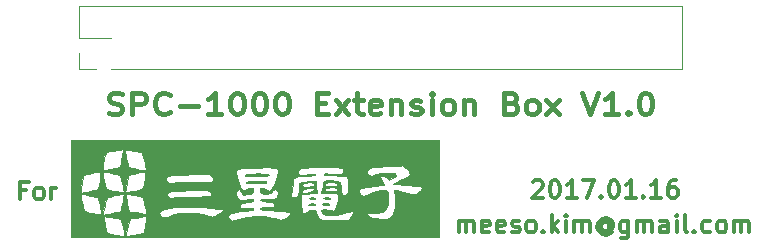
<source format=gto>
G04 #@! TF.FileFunction,Legend,Top*
%FSLAX46Y46*%
G04 Gerber Fmt 4.6, Leading zero omitted, Abs format (unit mm)*
G04 Created by KiCad (PCBNEW 4.0.7) date 01/19/18 22:00:28*
%MOMM*%
%LPD*%
G01*
G04 APERTURE LIST*
%ADD10C,0.100000*%
%ADD11C,0.425000*%
%ADD12C,0.300000*%
%ADD13C,0.010000*%
%ADD14C,0.120000*%
G04 APERTURE END LIST*
D10*
D11*
X130415998Y-98224095D02*
X130701713Y-98305048D01*
X131177903Y-98305048D01*
X131368379Y-98224095D01*
X131463617Y-98143143D01*
X131558856Y-97981238D01*
X131558856Y-97819333D01*
X131463617Y-97657429D01*
X131368379Y-97576476D01*
X131177903Y-97495524D01*
X130796951Y-97414571D01*
X130606475Y-97333619D01*
X130511236Y-97252667D01*
X130415998Y-97090762D01*
X130415998Y-96928857D01*
X130511236Y-96766952D01*
X130606475Y-96686000D01*
X130796951Y-96605048D01*
X131273141Y-96605048D01*
X131558856Y-96686000D01*
X132415998Y-98305048D02*
X132415998Y-96605048D01*
X133177903Y-96605048D01*
X133368379Y-96686000D01*
X133463618Y-96766952D01*
X133558856Y-96928857D01*
X133558856Y-97171714D01*
X133463618Y-97333619D01*
X133368379Y-97414571D01*
X133177903Y-97495524D01*
X132415998Y-97495524D01*
X135558856Y-98143143D02*
X135463618Y-98224095D01*
X135177903Y-98305048D01*
X134987427Y-98305048D01*
X134701713Y-98224095D01*
X134511237Y-98062190D01*
X134415998Y-97900286D01*
X134320760Y-97576476D01*
X134320760Y-97333619D01*
X134415998Y-97009810D01*
X134511237Y-96847905D01*
X134701713Y-96686000D01*
X134987427Y-96605048D01*
X135177903Y-96605048D01*
X135463618Y-96686000D01*
X135558856Y-96766952D01*
X136415998Y-97657429D02*
X137939808Y-97657429D01*
X139939808Y-98305048D02*
X138796950Y-98305048D01*
X139368379Y-98305048D02*
X139368379Y-96605048D01*
X139177903Y-96847905D01*
X138987427Y-97009810D01*
X138796950Y-97090762D01*
X141177903Y-96605048D02*
X141368379Y-96605048D01*
X141558855Y-96686000D01*
X141654093Y-96766952D01*
X141749331Y-96928857D01*
X141844570Y-97252667D01*
X141844570Y-97657429D01*
X141749331Y-97981238D01*
X141654093Y-98143143D01*
X141558855Y-98224095D01*
X141368379Y-98305048D01*
X141177903Y-98305048D01*
X140987427Y-98224095D01*
X140892189Y-98143143D01*
X140796950Y-97981238D01*
X140701712Y-97657429D01*
X140701712Y-97252667D01*
X140796950Y-96928857D01*
X140892189Y-96766952D01*
X140987427Y-96686000D01*
X141177903Y-96605048D01*
X143082665Y-96605048D02*
X143273141Y-96605048D01*
X143463617Y-96686000D01*
X143558855Y-96766952D01*
X143654093Y-96928857D01*
X143749332Y-97252667D01*
X143749332Y-97657429D01*
X143654093Y-97981238D01*
X143558855Y-98143143D01*
X143463617Y-98224095D01*
X143273141Y-98305048D01*
X143082665Y-98305048D01*
X142892189Y-98224095D01*
X142796951Y-98143143D01*
X142701712Y-97981238D01*
X142606474Y-97657429D01*
X142606474Y-97252667D01*
X142701712Y-96928857D01*
X142796951Y-96766952D01*
X142892189Y-96686000D01*
X143082665Y-96605048D01*
X144987427Y-96605048D02*
X145177903Y-96605048D01*
X145368379Y-96686000D01*
X145463617Y-96766952D01*
X145558855Y-96928857D01*
X145654094Y-97252667D01*
X145654094Y-97657429D01*
X145558855Y-97981238D01*
X145463617Y-98143143D01*
X145368379Y-98224095D01*
X145177903Y-98305048D01*
X144987427Y-98305048D01*
X144796951Y-98224095D01*
X144701713Y-98143143D01*
X144606474Y-97981238D01*
X144511236Y-97657429D01*
X144511236Y-97252667D01*
X144606474Y-96928857D01*
X144701713Y-96766952D01*
X144796951Y-96686000D01*
X144987427Y-96605048D01*
X148035046Y-97414571D02*
X148701713Y-97414571D01*
X148987427Y-98305048D02*
X148035046Y-98305048D01*
X148035046Y-96605048D01*
X148987427Y-96605048D01*
X149654094Y-98305048D02*
X150701713Y-97171714D01*
X149654094Y-97171714D02*
X150701713Y-98305048D01*
X151177904Y-97171714D02*
X151939809Y-97171714D01*
X151463618Y-96605048D02*
X151463618Y-98062190D01*
X151558857Y-98224095D01*
X151749333Y-98305048D01*
X151939809Y-98305048D01*
X153368380Y-98224095D02*
X153177904Y-98305048D01*
X152796952Y-98305048D01*
X152606475Y-98224095D01*
X152511237Y-98062190D01*
X152511237Y-97414571D01*
X152606475Y-97252667D01*
X152796952Y-97171714D01*
X153177904Y-97171714D01*
X153368380Y-97252667D01*
X153463618Y-97414571D01*
X153463618Y-97576476D01*
X152511237Y-97738381D01*
X154320761Y-97171714D02*
X154320761Y-98305048D01*
X154320761Y-97333619D02*
X154416000Y-97252667D01*
X154606476Y-97171714D01*
X154892190Y-97171714D01*
X155082666Y-97252667D01*
X155177904Y-97414571D01*
X155177904Y-98305048D01*
X156035047Y-98224095D02*
X156225524Y-98305048D01*
X156606476Y-98305048D01*
X156796952Y-98224095D01*
X156892190Y-98062190D01*
X156892190Y-97981238D01*
X156796952Y-97819333D01*
X156606476Y-97738381D01*
X156320762Y-97738381D01*
X156130285Y-97657429D01*
X156035047Y-97495524D01*
X156035047Y-97414571D01*
X156130285Y-97252667D01*
X156320762Y-97171714D01*
X156606476Y-97171714D01*
X156796952Y-97252667D01*
X157749333Y-98305048D02*
X157749333Y-97171714D01*
X157749333Y-96605048D02*
X157654095Y-96686000D01*
X157749333Y-96766952D01*
X157844572Y-96686000D01*
X157749333Y-96605048D01*
X157749333Y-96766952D01*
X158987429Y-98305048D02*
X158796953Y-98224095D01*
X158701714Y-98143143D01*
X158606476Y-97981238D01*
X158606476Y-97495524D01*
X158701714Y-97333619D01*
X158796953Y-97252667D01*
X158987429Y-97171714D01*
X159273143Y-97171714D01*
X159463619Y-97252667D01*
X159558857Y-97333619D01*
X159654095Y-97495524D01*
X159654095Y-97981238D01*
X159558857Y-98143143D01*
X159463619Y-98224095D01*
X159273143Y-98305048D01*
X158987429Y-98305048D01*
X160511238Y-97171714D02*
X160511238Y-98305048D01*
X160511238Y-97333619D02*
X160606477Y-97252667D01*
X160796953Y-97171714D01*
X161082667Y-97171714D01*
X161273143Y-97252667D01*
X161368381Y-97414571D01*
X161368381Y-98305048D01*
X164511239Y-97414571D02*
X164796953Y-97495524D01*
X164892192Y-97576476D01*
X164987430Y-97738381D01*
X164987430Y-97981238D01*
X164892192Y-98143143D01*
X164796953Y-98224095D01*
X164606477Y-98305048D01*
X163844572Y-98305048D01*
X163844572Y-96605048D01*
X164511239Y-96605048D01*
X164701715Y-96686000D01*
X164796953Y-96766952D01*
X164892192Y-96928857D01*
X164892192Y-97090762D01*
X164796953Y-97252667D01*
X164701715Y-97333619D01*
X164511239Y-97414571D01*
X163844572Y-97414571D01*
X166130287Y-98305048D02*
X165939811Y-98224095D01*
X165844572Y-98143143D01*
X165749334Y-97981238D01*
X165749334Y-97495524D01*
X165844572Y-97333619D01*
X165939811Y-97252667D01*
X166130287Y-97171714D01*
X166416001Y-97171714D01*
X166606477Y-97252667D01*
X166701715Y-97333619D01*
X166796953Y-97495524D01*
X166796953Y-97981238D01*
X166701715Y-98143143D01*
X166606477Y-98224095D01*
X166416001Y-98305048D01*
X166130287Y-98305048D01*
X167463620Y-98305048D02*
X168511239Y-97171714D01*
X167463620Y-97171714D02*
X168511239Y-98305048D01*
X170511240Y-96605048D02*
X171177907Y-98305048D01*
X171844574Y-96605048D01*
X173558860Y-98305048D02*
X172416002Y-98305048D01*
X172987431Y-98305048D02*
X172987431Y-96605048D01*
X172796955Y-96847905D01*
X172606479Y-97009810D01*
X172416002Y-97090762D01*
X174416002Y-98143143D02*
X174511241Y-98224095D01*
X174416002Y-98305048D01*
X174320764Y-98224095D01*
X174416002Y-98143143D01*
X174416002Y-98305048D01*
X175749336Y-96605048D02*
X175939812Y-96605048D01*
X176130288Y-96686000D01*
X176225526Y-96766952D01*
X176320764Y-96928857D01*
X176416003Y-97252667D01*
X176416003Y-97657429D01*
X176320764Y-97981238D01*
X176225526Y-98143143D01*
X176130288Y-98224095D01*
X175939812Y-98305048D01*
X175749336Y-98305048D01*
X175558860Y-98224095D01*
X175463622Y-98143143D01*
X175368383Y-97981238D01*
X175273145Y-97657429D01*
X175273145Y-97252667D01*
X175368383Y-96928857D01*
X175463622Y-96766952D01*
X175558860Y-96686000D01*
X175749336Y-96605048D01*
D12*
X123404429Y-104794857D02*
X122904429Y-104794857D01*
X122904429Y-105580571D02*
X122904429Y-104080571D01*
X123618715Y-104080571D01*
X124404429Y-105580571D02*
X124261571Y-105509143D01*
X124190143Y-105437714D01*
X124118714Y-105294857D01*
X124118714Y-104866286D01*
X124190143Y-104723429D01*
X124261571Y-104652000D01*
X124404429Y-104580571D01*
X124618714Y-104580571D01*
X124761571Y-104652000D01*
X124833000Y-104723429D01*
X124904429Y-104866286D01*
X124904429Y-105294857D01*
X124833000Y-105437714D01*
X124761571Y-105509143D01*
X124618714Y-105580571D01*
X124404429Y-105580571D01*
X125547286Y-105580571D02*
X125547286Y-104580571D01*
X125547286Y-104866286D02*
X125618714Y-104723429D01*
X125690143Y-104652000D01*
X125833000Y-104580571D01*
X125975857Y-104580571D01*
X166323144Y-104096429D02*
X166394573Y-104025000D01*
X166537430Y-103953571D01*
X166894573Y-103953571D01*
X167037430Y-104025000D01*
X167108859Y-104096429D01*
X167180287Y-104239286D01*
X167180287Y-104382143D01*
X167108859Y-104596429D01*
X166251716Y-105453571D01*
X167180287Y-105453571D01*
X168108858Y-103953571D02*
X168251715Y-103953571D01*
X168394572Y-104025000D01*
X168466001Y-104096429D01*
X168537430Y-104239286D01*
X168608858Y-104525000D01*
X168608858Y-104882143D01*
X168537430Y-105167857D01*
X168466001Y-105310714D01*
X168394572Y-105382143D01*
X168251715Y-105453571D01*
X168108858Y-105453571D01*
X167966001Y-105382143D01*
X167894572Y-105310714D01*
X167823144Y-105167857D01*
X167751715Y-104882143D01*
X167751715Y-104525000D01*
X167823144Y-104239286D01*
X167894572Y-104096429D01*
X167966001Y-104025000D01*
X168108858Y-103953571D01*
X170037429Y-105453571D02*
X169180286Y-105453571D01*
X169608858Y-105453571D02*
X169608858Y-103953571D01*
X169466001Y-104167857D01*
X169323143Y-104310714D01*
X169180286Y-104382143D01*
X170537429Y-103953571D02*
X171537429Y-103953571D01*
X170894572Y-105453571D01*
X172108857Y-105310714D02*
X172180285Y-105382143D01*
X172108857Y-105453571D01*
X172037428Y-105382143D01*
X172108857Y-105310714D01*
X172108857Y-105453571D01*
X173108857Y-103953571D02*
X173251714Y-103953571D01*
X173394571Y-104025000D01*
X173466000Y-104096429D01*
X173537429Y-104239286D01*
X173608857Y-104525000D01*
X173608857Y-104882143D01*
X173537429Y-105167857D01*
X173466000Y-105310714D01*
X173394571Y-105382143D01*
X173251714Y-105453571D01*
X173108857Y-105453571D01*
X172966000Y-105382143D01*
X172894571Y-105310714D01*
X172823143Y-105167857D01*
X172751714Y-104882143D01*
X172751714Y-104525000D01*
X172823143Y-104239286D01*
X172894571Y-104096429D01*
X172966000Y-104025000D01*
X173108857Y-103953571D01*
X175037428Y-105453571D02*
X174180285Y-105453571D01*
X174608857Y-105453571D02*
X174608857Y-103953571D01*
X174466000Y-104167857D01*
X174323142Y-104310714D01*
X174180285Y-104382143D01*
X175680285Y-105310714D02*
X175751713Y-105382143D01*
X175680285Y-105453571D01*
X175608856Y-105382143D01*
X175680285Y-105310714D01*
X175680285Y-105453571D01*
X177180285Y-105453571D02*
X176323142Y-105453571D01*
X176751714Y-105453571D02*
X176751714Y-103953571D01*
X176608857Y-104167857D01*
X176465999Y-104310714D01*
X176323142Y-104382143D01*
X178465999Y-103953571D02*
X178180285Y-103953571D01*
X178037428Y-104025000D01*
X177965999Y-104096429D01*
X177823142Y-104310714D01*
X177751713Y-104596429D01*
X177751713Y-105167857D01*
X177823142Y-105310714D01*
X177894570Y-105382143D01*
X178037428Y-105453571D01*
X178323142Y-105453571D01*
X178465999Y-105382143D01*
X178537428Y-105310714D01*
X178608856Y-105167857D01*
X178608856Y-104810714D01*
X178537428Y-104667857D01*
X178465999Y-104596429D01*
X178323142Y-104525000D01*
X178037428Y-104525000D01*
X177894570Y-104596429D01*
X177823142Y-104667857D01*
X177751713Y-104810714D01*
X160053286Y-108374571D02*
X160053286Y-107374571D01*
X160053286Y-107517429D02*
X160124714Y-107446000D01*
X160267572Y-107374571D01*
X160481857Y-107374571D01*
X160624714Y-107446000D01*
X160696143Y-107588857D01*
X160696143Y-108374571D01*
X160696143Y-107588857D02*
X160767572Y-107446000D01*
X160910429Y-107374571D01*
X161124714Y-107374571D01*
X161267572Y-107446000D01*
X161339000Y-107588857D01*
X161339000Y-108374571D01*
X162624714Y-108303143D02*
X162481857Y-108374571D01*
X162196143Y-108374571D01*
X162053286Y-108303143D01*
X161981857Y-108160286D01*
X161981857Y-107588857D01*
X162053286Y-107446000D01*
X162196143Y-107374571D01*
X162481857Y-107374571D01*
X162624714Y-107446000D01*
X162696143Y-107588857D01*
X162696143Y-107731714D01*
X161981857Y-107874571D01*
X163910428Y-108303143D02*
X163767571Y-108374571D01*
X163481857Y-108374571D01*
X163339000Y-108303143D01*
X163267571Y-108160286D01*
X163267571Y-107588857D01*
X163339000Y-107446000D01*
X163481857Y-107374571D01*
X163767571Y-107374571D01*
X163910428Y-107446000D01*
X163981857Y-107588857D01*
X163981857Y-107731714D01*
X163267571Y-107874571D01*
X164553285Y-108303143D02*
X164696142Y-108374571D01*
X164981857Y-108374571D01*
X165124714Y-108303143D01*
X165196142Y-108160286D01*
X165196142Y-108088857D01*
X165124714Y-107946000D01*
X164981857Y-107874571D01*
X164767571Y-107874571D01*
X164624714Y-107803143D01*
X164553285Y-107660286D01*
X164553285Y-107588857D01*
X164624714Y-107446000D01*
X164767571Y-107374571D01*
X164981857Y-107374571D01*
X165124714Y-107446000D01*
X166053286Y-108374571D02*
X165910428Y-108303143D01*
X165839000Y-108231714D01*
X165767571Y-108088857D01*
X165767571Y-107660286D01*
X165839000Y-107517429D01*
X165910428Y-107446000D01*
X166053286Y-107374571D01*
X166267571Y-107374571D01*
X166410428Y-107446000D01*
X166481857Y-107517429D01*
X166553286Y-107660286D01*
X166553286Y-108088857D01*
X166481857Y-108231714D01*
X166410428Y-108303143D01*
X166267571Y-108374571D01*
X166053286Y-108374571D01*
X167196143Y-108231714D02*
X167267571Y-108303143D01*
X167196143Y-108374571D01*
X167124714Y-108303143D01*
X167196143Y-108231714D01*
X167196143Y-108374571D01*
X167910429Y-108374571D02*
X167910429Y-106874571D01*
X168053286Y-107803143D02*
X168481857Y-108374571D01*
X168481857Y-107374571D02*
X167910429Y-107946000D01*
X169124715Y-108374571D02*
X169124715Y-107374571D01*
X169124715Y-106874571D02*
X169053286Y-106946000D01*
X169124715Y-107017429D01*
X169196143Y-106946000D01*
X169124715Y-106874571D01*
X169124715Y-107017429D01*
X169839001Y-108374571D02*
X169839001Y-107374571D01*
X169839001Y-107517429D02*
X169910429Y-107446000D01*
X170053287Y-107374571D01*
X170267572Y-107374571D01*
X170410429Y-107446000D01*
X170481858Y-107588857D01*
X170481858Y-108374571D01*
X170481858Y-107588857D02*
X170553287Y-107446000D01*
X170696144Y-107374571D01*
X170910429Y-107374571D01*
X171053287Y-107446000D01*
X171124715Y-107588857D01*
X171124715Y-108374571D01*
X172767572Y-107660286D02*
X172696144Y-107588857D01*
X172553287Y-107517429D01*
X172410429Y-107517429D01*
X172267572Y-107588857D01*
X172196144Y-107660286D01*
X172124715Y-107803143D01*
X172124715Y-107946000D01*
X172196144Y-108088857D01*
X172267572Y-108160286D01*
X172410429Y-108231714D01*
X172553287Y-108231714D01*
X172696144Y-108160286D01*
X172767572Y-108088857D01*
X172767572Y-107517429D02*
X172767572Y-108088857D01*
X172839001Y-108160286D01*
X172910429Y-108160286D01*
X173053287Y-108088857D01*
X173124715Y-107946000D01*
X173124715Y-107588857D01*
X172981858Y-107374571D01*
X172767572Y-107231714D01*
X172481858Y-107160286D01*
X172196144Y-107231714D01*
X171981858Y-107374571D01*
X171839001Y-107588857D01*
X171767572Y-107874571D01*
X171839001Y-108160286D01*
X171981858Y-108374571D01*
X172196144Y-108517429D01*
X172481858Y-108588857D01*
X172767572Y-108517429D01*
X172981858Y-108374571D01*
X174410429Y-107374571D02*
X174410429Y-108588857D01*
X174339000Y-108731714D01*
X174267572Y-108803143D01*
X174124715Y-108874571D01*
X173910429Y-108874571D01*
X173767572Y-108803143D01*
X174410429Y-108303143D02*
X174267572Y-108374571D01*
X173981858Y-108374571D01*
X173839000Y-108303143D01*
X173767572Y-108231714D01*
X173696143Y-108088857D01*
X173696143Y-107660286D01*
X173767572Y-107517429D01*
X173839000Y-107446000D01*
X173981858Y-107374571D01*
X174267572Y-107374571D01*
X174410429Y-107446000D01*
X175124715Y-108374571D02*
X175124715Y-107374571D01*
X175124715Y-107517429D02*
X175196143Y-107446000D01*
X175339001Y-107374571D01*
X175553286Y-107374571D01*
X175696143Y-107446000D01*
X175767572Y-107588857D01*
X175767572Y-108374571D01*
X175767572Y-107588857D02*
X175839001Y-107446000D01*
X175981858Y-107374571D01*
X176196143Y-107374571D01*
X176339001Y-107446000D01*
X176410429Y-107588857D01*
X176410429Y-108374571D01*
X177767572Y-108374571D02*
X177767572Y-107588857D01*
X177696143Y-107446000D01*
X177553286Y-107374571D01*
X177267572Y-107374571D01*
X177124715Y-107446000D01*
X177767572Y-108303143D02*
X177624715Y-108374571D01*
X177267572Y-108374571D01*
X177124715Y-108303143D01*
X177053286Y-108160286D01*
X177053286Y-108017429D01*
X177124715Y-107874571D01*
X177267572Y-107803143D01*
X177624715Y-107803143D01*
X177767572Y-107731714D01*
X178481858Y-108374571D02*
X178481858Y-107374571D01*
X178481858Y-106874571D02*
X178410429Y-106946000D01*
X178481858Y-107017429D01*
X178553286Y-106946000D01*
X178481858Y-106874571D01*
X178481858Y-107017429D01*
X179410430Y-108374571D02*
X179267572Y-108303143D01*
X179196144Y-108160286D01*
X179196144Y-106874571D01*
X179981858Y-108231714D02*
X180053286Y-108303143D01*
X179981858Y-108374571D01*
X179910429Y-108303143D01*
X179981858Y-108231714D01*
X179981858Y-108374571D01*
X181339001Y-108303143D02*
X181196144Y-108374571D01*
X180910430Y-108374571D01*
X180767572Y-108303143D01*
X180696144Y-108231714D01*
X180624715Y-108088857D01*
X180624715Y-107660286D01*
X180696144Y-107517429D01*
X180767572Y-107446000D01*
X180910430Y-107374571D01*
X181196144Y-107374571D01*
X181339001Y-107446000D01*
X182196144Y-108374571D02*
X182053286Y-108303143D01*
X181981858Y-108231714D01*
X181910429Y-108088857D01*
X181910429Y-107660286D01*
X181981858Y-107517429D01*
X182053286Y-107446000D01*
X182196144Y-107374571D01*
X182410429Y-107374571D01*
X182553286Y-107446000D01*
X182624715Y-107517429D01*
X182696144Y-107660286D01*
X182696144Y-108088857D01*
X182624715Y-108231714D01*
X182553286Y-108303143D01*
X182410429Y-108374571D01*
X182196144Y-108374571D01*
X183339001Y-108374571D02*
X183339001Y-107374571D01*
X183339001Y-107517429D02*
X183410429Y-107446000D01*
X183553287Y-107374571D01*
X183767572Y-107374571D01*
X183910429Y-107446000D01*
X183981858Y-107588857D01*
X183981858Y-108374571D01*
X183981858Y-107588857D02*
X184053287Y-107446000D01*
X184196144Y-107374571D01*
X184410429Y-107374571D01*
X184553287Y-107446000D01*
X184624715Y-107588857D01*
X184624715Y-108374571D01*
D13*
G36*
X158369000Y-108775500D02*
X127190500Y-108775500D01*
X127190500Y-107078357D01*
X129984500Y-107078357D01*
X129996170Y-107171863D01*
X130026947Y-107350075D01*
X130070482Y-107581303D01*
X130120426Y-107833858D01*
X130170430Y-108076050D01*
X130214144Y-108276189D01*
X130245220Y-108402587D01*
X130255305Y-108429981D01*
X130317499Y-108444224D01*
X130474788Y-108475429D01*
X130697284Y-108518019D01*
X130955100Y-108566413D01*
X131218346Y-108615035D01*
X131457135Y-108658305D01*
X131641579Y-108690646D01*
X131722281Y-108703783D01*
X131750681Y-108659349D01*
X131747785Y-108636800D01*
X131892425Y-108636800D01*
X131911206Y-108697622D01*
X131980052Y-108692513D01*
X131991354Y-108689106D01*
X132111062Y-108658125D01*
X132313268Y-108611588D01*
X132555993Y-108559127D01*
X132576276Y-108554885D01*
X132825641Y-108507000D01*
X133043698Y-108472369D01*
X133185603Y-108458058D01*
X133191122Y-108458000D01*
X133326395Y-108414693D01*
X133374999Y-108346875D01*
X133408771Y-108205830D01*
X133449409Y-107993954D01*
X133492150Y-107742507D01*
X133532234Y-107482748D01*
X133564897Y-107245937D01*
X133585379Y-107063336D01*
X133588916Y-106966203D01*
X133586452Y-106958786D01*
X133514837Y-106959067D01*
X133351489Y-106987124D01*
X133127200Y-107037326D01*
X133045148Y-107057770D01*
X132785800Y-107119128D01*
X132555948Y-107164932D01*
X132397206Y-107187095D01*
X132374792Y-107188000D01*
X132293375Y-107191066D01*
X132229533Y-107210870D01*
X132177583Y-107263320D01*
X132131841Y-107364321D01*
X132086623Y-107529782D01*
X132036246Y-107775609D01*
X131975026Y-108117710D01*
X131912771Y-108481096D01*
X131892425Y-108636800D01*
X131747785Y-108636800D01*
X131739091Y-108569125D01*
X131709621Y-108442186D01*
X131664745Y-108229802D01*
X131612701Y-107971308D01*
X131596117Y-107886500D01*
X131540641Y-107633100D01*
X131483515Y-107425233D01*
X131434442Y-107296633D01*
X131420556Y-107276178D01*
X131327417Y-107234402D01*
X131143676Y-107186704D01*
X130904869Y-107141916D01*
X130841750Y-107132355D01*
X130576805Y-107092547D01*
X130340170Y-107054185D01*
X130176706Y-107024594D01*
X130159125Y-107020898D01*
X130028144Y-107010725D01*
X129984993Y-107066083D01*
X129984500Y-107078357D01*
X127190500Y-107078357D01*
X127190500Y-105111251D01*
X128039581Y-105111251D01*
X128040521Y-105180300D01*
X128063753Y-105342651D01*
X128103187Y-105567815D01*
X128152730Y-105825308D01*
X128206291Y-106084641D01*
X128257779Y-106315330D01*
X128301103Y-106486886D01*
X128330172Y-106568824D01*
X128331018Y-106569883D01*
X128407001Y-106600410D01*
X128575950Y-106644926D01*
X128805496Y-106696916D01*
X129063271Y-106749864D01*
X129316908Y-106797256D01*
X129534036Y-106832578D01*
X129682289Y-106849314D01*
X129717979Y-106849037D01*
X129769614Y-106822875D01*
X129925184Y-106822875D01*
X129943972Y-106859129D01*
X130022804Y-106865477D01*
X130182037Y-106840202D01*
X130442024Y-106781589D01*
X130456693Y-106778075D01*
X130721284Y-106717335D01*
X130986810Y-106660714D01*
X131125591Y-106633569D01*
X131241752Y-106612532D01*
X131325506Y-106586046D01*
X131386667Y-106534389D01*
X131435049Y-106437836D01*
X131480466Y-106276664D01*
X131532734Y-106031150D01*
X131601667Y-105681568D01*
X131603217Y-105673714D01*
X131647151Y-105429589D01*
X131673903Y-105236561D01*
X131676612Y-105182933D01*
X131849726Y-105182933D01*
X131875031Y-105353036D01*
X131921780Y-105595169D01*
X131983413Y-105874700D01*
X132152704Y-106602690D01*
X132572296Y-106647625D01*
X132810350Y-106678889D01*
X133012645Y-106715587D01*
X133123319Y-106745754D01*
X133288130Y-106787714D01*
X133437312Y-106802974D01*
X133559146Y-106795900D01*
X133596617Y-106741988D01*
X133594509Y-106728336D01*
X134699288Y-106728336D01*
X134747633Y-106871683D01*
X134901063Y-107043079D01*
X135114712Y-107106930D01*
X135379565Y-107062155D01*
X135580376Y-106971288D01*
X135917420Y-106836581D01*
X136343720Y-106744111D01*
X136828497Y-106694632D01*
X137340971Y-106688898D01*
X137850366Y-106727665D01*
X138325900Y-106811687D01*
X138619145Y-106896779D01*
X138858633Y-106978703D01*
X139019291Y-107021179D01*
X139142049Y-107027025D01*
X139267839Y-106999059D01*
X139407098Y-106951030D01*
X139412246Y-106948674D01*
X140540151Y-106948674D01*
X140547821Y-107126573D01*
X140661511Y-107275996D01*
X140666629Y-107279649D01*
X140760864Y-107339980D01*
X140847715Y-107367581D01*
X140958337Y-107359959D01*
X141123890Y-107314622D01*
X141375532Y-107229076D01*
X141398319Y-107221118D01*
X142116238Y-107031229D01*
X142856175Y-106949704D01*
X143591836Y-106977005D01*
X144296927Y-107113597D01*
X144471815Y-107167009D01*
X144720415Y-107247089D01*
X144885020Y-107289076D01*
X145001892Y-107295711D01*
X145107293Y-107269733D01*
X145216681Y-107223275D01*
X145410473Y-107116573D01*
X145593071Y-106984491D01*
X145732074Y-106853937D01*
X145795080Y-106751823D01*
X145796000Y-106742140D01*
X145742327Y-106683878D01*
X145653125Y-106651283D01*
X145487750Y-106624989D01*
X145229373Y-106594922D01*
X144911819Y-106563952D01*
X144568911Y-106534955D01*
X144234473Y-106510803D01*
X143942329Y-106494369D01*
X143737096Y-106488527D01*
X143444115Y-106472445D01*
X143265158Y-106426925D01*
X143204347Y-106353421D01*
X143219862Y-106306099D01*
X143305191Y-106269648D01*
X143495086Y-106245224D01*
X143767450Y-106235554D01*
X143791722Y-106235500D01*
X144116037Y-106223546D01*
X144325146Y-106184420D01*
X144428875Y-106113227D01*
X144437049Y-106005068D01*
X144405275Y-105929725D01*
X144349287Y-105865550D01*
X144245324Y-105820848D01*
X144066775Y-105788237D01*
X143797618Y-105761215D01*
X143524165Y-105733574D01*
X143356782Y-105702516D01*
X143274557Y-105662506D01*
X143256000Y-105617897D01*
X143272720Y-105572510D01*
X143337791Y-105546659D01*
X143473573Y-105537864D01*
X143702429Y-105543643D01*
X143857498Y-105551157D01*
X144185432Y-105560735D01*
X144409873Y-105540899D01*
X144553147Y-105479544D01*
X144637577Y-105364565D01*
X144685486Y-105183855D01*
X144698829Y-105094914D01*
X144699871Y-105076480D01*
X145834616Y-105076480D01*
X145857599Y-105285273D01*
X145956777Y-105393570D01*
X146047040Y-105410000D01*
X146269501Y-105363122D01*
X146426557Y-105218877D01*
X146521463Y-104971842D01*
X146531341Y-104874384D01*
X146757432Y-104874384D01*
X146769573Y-104928826D01*
X146817689Y-104994502D01*
X146912987Y-105022894D01*
X147079491Y-105015400D01*
X147341230Y-104973416D01*
X147387419Y-104964756D01*
X147641422Y-104897395D01*
X147771946Y-104813872D01*
X147781758Y-104711866D01*
X147749055Y-104661140D01*
X147667812Y-104613053D01*
X147516277Y-104600355D01*
X147292313Y-104617509D01*
X146990887Y-104672879D01*
X146812656Y-104758467D01*
X146757432Y-104874384D01*
X146531341Y-104874384D01*
X146557473Y-104616596D01*
X146558000Y-104558780D01*
X146558000Y-104375727D01*
X146764107Y-104375727D01*
X146776423Y-104458407D01*
X146908089Y-104503948D01*
X147157816Y-104511543D01*
X147269685Y-104505317D01*
X147498918Y-104481217D01*
X147678732Y-104448155D01*
X147770657Y-104413231D01*
X147771128Y-104412771D01*
X147803659Y-104308268D01*
X147791537Y-104245868D01*
X147703830Y-104176201D01*
X147533584Y-104139414D01*
X147320799Y-104135036D01*
X147105480Y-104162594D01*
X146927628Y-104221616D01*
X146872431Y-104256716D01*
X146764107Y-104375727D01*
X146558000Y-104375727D01*
X146558000Y-104145754D01*
X146796125Y-104099805D01*
X146985841Y-104075183D01*
X147242873Y-104056810D01*
X147478750Y-104049302D01*
X147923250Y-104044750D01*
X147959831Y-104425750D01*
X147987225Y-104648956D01*
X148020114Y-104830894D01*
X148043669Y-104911802D01*
X148051997Y-104963294D01*
X148007522Y-104998904D01*
X147888980Y-105024686D01*
X147675112Y-105046692D01*
X147530838Y-105057803D01*
X147184361Y-105081614D01*
X146945016Y-105105414D01*
X146794170Y-105146857D01*
X146713191Y-105223595D01*
X146683445Y-105353281D01*
X146686299Y-105553568D01*
X146703114Y-105841992D01*
X146721657Y-106133137D01*
X146743941Y-106384626D01*
X146766779Y-106564520D01*
X146782003Y-106632375D01*
X146874970Y-106725508D01*
X147021866Y-106730403D01*
X147186771Y-106648582D01*
X147227943Y-106613499D01*
X147427068Y-106505788D01*
X147642244Y-106470624D01*
X147814833Y-106468303D01*
X147901006Y-106502320D01*
X147941155Y-106602059D01*
X147959198Y-106701171D01*
X148016961Y-106910492D01*
X148120217Y-107073294D01*
X148282341Y-107194377D01*
X148516706Y-107278540D01*
X148836686Y-107330582D01*
X149255653Y-107355304D01*
X149786981Y-107357503D01*
X149788039Y-107357490D01*
X150636829Y-107346750D01*
X150838358Y-107113438D01*
X151006496Y-106900827D01*
X151126770Y-106713225D01*
X151185231Y-106575045D01*
X151178974Y-106517307D01*
X151106159Y-106518312D01*
X150942278Y-106551636D01*
X150717174Y-106610743D01*
X150612670Y-106641347D01*
X150033393Y-106796828D01*
X149531884Y-106891934D01*
X149114261Y-106926940D01*
X148786641Y-106902126D01*
X148555142Y-106817769D01*
X148425881Y-106674146D01*
X148399500Y-106540863D01*
X148418542Y-106474209D01*
X148494934Y-106439330D01*
X148657570Y-106426834D01*
X148752924Y-106426000D01*
X148972650Y-106437064D01*
X149153845Y-106465434D01*
X149224574Y-106489272D01*
X149389263Y-106526916D01*
X149531800Y-106448850D01*
X149654539Y-106252037D01*
X149759838Y-105933442D01*
X149803425Y-105743428D01*
X149845074Y-105508711D01*
X149850472Y-105353151D01*
X149819084Y-105234033D01*
X149796466Y-105187688D01*
X149728641Y-105089319D01*
X149635555Y-105042725D01*
X149474749Y-105031943D01*
X149387436Y-105033903D01*
X149128431Y-105038515D01*
X148833573Y-105038530D01*
X148697524Y-105036627D01*
X148492381Y-105030358D01*
X148391971Y-105014338D01*
X148374050Y-104976308D01*
X148416375Y-104904005D01*
X148427649Y-104887870D01*
X148489273Y-104736368D01*
X148491105Y-104725281D01*
X148724512Y-104725281D01*
X148738325Y-104802481D01*
X148787021Y-104855782D01*
X148898969Y-104886806D01*
X149098973Y-104900312D01*
X149256750Y-104902000D01*
X149516205Y-104896147D01*
X149673867Y-104875415D01*
X149754537Y-104835043D01*
X149775174Y-104802481D01*
X149776706Y-104680351D01*
X149668001Y-104600181D01*
X149444666Y-104559871D01*
X149255404Y-104553939D01*
X148962907Y-104572877D01*
X148787578Y-104629205D01*
X148724512Y-104725281D01*
X148491105Y-104725281D01*
X148523767Y-104527681D01*
X148526500Y-104455507D01*
X148534729Y-104281129D01*
X148724390Y-104281129D01*
X148738325Y-104357981D01*
X148820360Y-104414950D01*
X148988850Y-104451031D01*
X149204981Y-104466225D01*
X149429937Y-104460530D01*
X149624904Y-104433948D01*
X149751066Y-104386477D01*
X149775174Y-104357981D01*
X149776526Y-104235818D01*
X149667392Y-104155379D01*
X149443439Y-104114577D01*
X149256779Y-104108250D01*
X148963389Y-104126764D01*
X148787366Y-104183697D01*
X148724390Y-104281129D01*
X148534729Y-104281129D01*
X148537187Y-104229049D01*
X148582857Y-104079371D01*
X148683920Y-103993496D01*
X148860785Y-103958449D01*
X149133864Y-103961255D01*
X149288540Y-103971051D01*
X149556850Y-103996594D01*
X149781222Y-104029927D01*
X149928323Y-104065553D01*
X149962012Y-104082112D01*
X150011914Y-104188197D01*
X150047801Y-104400507D01*
X150063805Y-104631093D01*
X150089991Y-104938524D01*
X150145203Y-105130179D01*
X150236915Y-105215440D01*
X150372600Y-105203688D01*
X150479672Y-105153161D01*
X150558195Y-105104270D01*
X150608639Y-105046543D01*
X150637214Y-104953430D01*
X150637471Y-104950338D01*
X151589983Y-104950338D01*
X151648442Y-105114404D01*
X151698961Y-105166713D01*
X151804863Y-105242038D01*
X151904554Y-105272149D01*
X152029808Y-105253785D01*
X152212395Y-105183683D01*
X152409020Y-105093814D01*
X152753884Y-104954529D01*
X153100037Y-104853478D01*
X153422933Y-104794116D01*
X153698027Y-104779896D01*
X153900771Y-104814274D01*
X153988558Y-104871525D01*
X154032498Y-104990599D01*
X154062501Y-105211312D01*
X154074906Y-105490650D01*
X154072270Y-105773804D01*
X154050727Y-105974387D01*
X154001970Y-106136384D01*
X153923198Y-106294039D01*
X153797397Y-106475479D01*
X153642698Y-106601435D01*
X153434972Y-106681130D01*
X153150085Y-106723789D01*
X152763906Y-106738633D01*
X152759833Y-106738669D01*
X152477380Y-106746018D01*
X152306038Y-106763795D01*
X152230168Y-106794461D01*
X152224772Y-106822875D01*
X152318436Y-106928315D01*
X152510765Y-107026853D01*
X152773431Y-107113145D01*
X153078109Y-107181849D01*
X153396472Y-107227622D01*
X153700194Y-107245121D01*
X153960948Y-107229002D01*
X154132504Y-107182708D01*
X154295641Y-107055258D01*
X154454215Y-106843271D01*
X154583260Y-106587564D01*
X154657811Y-106328951D01*
X154658846Y-106322235D01*
X154675821Y-106075135D01*
X154670643Y-105752632D01*
X154645984Y-105403873D01*
X154604520Y-105078006D01*
X154585418Y-104972897D01*
X154542097Y-104758045D01*
X154852173Y-104804437D01*
X155067841Y-104847319D01*
X155346778Y-104917021D01*
X155632102Y-104999218D01*
X155658637Y-105007524D01*
X155980148Y-105096706D01*
X156220897Y-105125792D01*
X156414278Y-105090345D01*
X156593682Y-104985930D01*
X156733875Y-104864680D01*
X156864946Y-104737810D01*
X156943904Y-104642427D01*
X156959471Y-104572246D01*
X156900368Y-104520981D01*
X156755320Y-104482345D01*
X156513049Y-104450052D01*
X156162279Y-104417816D01*
X155892500Y-104395680D01*
X155546838Y-104366671D01*
X155220452Y-104337568D01*
X154947812Y-104311554D01*
X154763389Y-104291814D01*
X154749500Y-104290103D01*
X154463750Y-104254093D01*
X154781250Y-104090164D01*
X155026823Y-103973363D01*
X155312941Y-103851253D01*
X155479750Y-103786606D01*
X155693339Y-103700795D01*
X155813149Y-103626412D01*
X155867835Y-103541154D01*
X155881501Y-103473913D01*
X155866202Y-103225908D01*
X155769601Y-103025142D01*
X155609498Y-102903758D01*
X155557420Y-102888709D01*
X155399864Y-102818949D01*
X155335476Y-102728001D01*
X155294520Y-102652486D01*
X155257901Y-102678851D01*
X155175158Y-102712001D01*
X154970682Y-102738967D01*
X154642809Y-102759892D01*
X154189878Y-102774921D01*
X154143031Y-102775987D01*
X153766085Y-102786400D01*
X153414563Y-102799977D01*
X153116375Y-102815354D01*
X152899430Y-102831166D01*
X152816195Y-102840870D01*
X152530770Y-102919674D01*
X152339414Y-103042586D01*
X152251941Y-103197917D01*
X152278168Y-103373973D01*
X152315369Y-103437392D01*
X152435741Y-103538341D01*
X152612847Y-103560992D01*
X152865666Y-103506206D01*
X152979391Y-103467503D01*
X153163421Y-103420869D01*
X153431510Y-103377892D01*
X153740742Y-103344708D01*
X153925213Y-103332205D01*
X154234184Y-103319326D01*
X154441182Y-103319940D01*
X154570728Y-103336218D01*
X154647343Y-103370327D01*
X154676805Y-103398670D01*
X154728131Y-103498539D01*
X154691298Y-103590496D01*
X154553646Y-103692681D01*
X154421586Y-103764312D01*
X154165789Y-103894810D01*
X153930356Y-103731655D01*
X153703264Y-103606681D01*
X153526274Y-103567655D01*
X153414678Y-103604811D01*
X153383770Y-103708384D01*
X153448843Y-103868610D01*
X153536271Y-103983288D01*
X153672537Y-104157201D01*
X153733765Y-104278130D01*
X153712126Y-104329735D01*
X153702622Y-104330500D01*
X153578538Y-104340682D01*
X153365899Y-104368143D01*
X153092798Y-104408256D01*
X152787328Y-104456392D01*
X152477580Y-104507922D01*
X152191649Y-104558220D01*
X151957625Y-104602656D01*
X151803603Y-104636603D01*
X151760376Y-104650474D01*
X151629143Y-104780152D01*
X151589983Y-104950338D01*
X150637471Y-104950338D01*
X150650134Y-104798379D01*
X150653611Y-104554840D01*
X150653750Y-104409139D01*
X150648932Y-104089726D01*
X150632453Y-103874053D01*
X150601275Y-103739153D01*
X150555323Y-103664944D01*
X150488585Y-103623912D01*
X150370517Y-103594180D01*
X150181904Y-103573596D01*
X149903528Y-103560007D01*
X149544553Y-103551716D01*
X149169848Y-103542998D01*
X148905170Y-103529873D01*
X148733571Y-103510461D01*
X148638103Y-103482880D01*
X148602404Y-103447148D01*
X148607568Y-103409700D01*
X148665656Y-103387399D01*
X148795218Y-103379004D01*
X149014805Y-103383275D01*
X149331756Y-103398366D01*
X149690035Y-103413720D01*
X149940649Y-103411395D01*
X150102311Y-103386297D01*
X150193730Y-103333333D01*
X150233618Y-103247408D01*
X150241000Y-103150825D01*
X150234057Y-103057233D01*
X150203878Y-102984422D01*
X150136436Y-102929862D01*
X150017704Y-102891027D01*
X149833656Y-102865386D01*
X149570265Y-102850411D01*
X149213504Y-102843575D01*
X148749346Y-102842348D01*
X148532553Y-102842855D01*
X147962180Y-102847302D01*
X147506016Y-102858047D01*
X147151345Y-102877019D01*
X146885452Y-102906147D01*
X146695621Y-102947362D01*
X146569135Y-103002592D01*
X146493280Y-103073768D01*
X146456540Y-103157883D01*
X146429002Y-103324650D01*
X146459606Y-103428371D01*
X146566191Y-103479754D01*
X146766594Y-103489507D01*
X146986708Y-103476146D01*
X147255400Y-103452469D01*
X147501636Y-103427318D01*
X147675410Y-103405833D01*
X147685125Y-103404358D01*
X147834800Y-103402268D01*
X147889341Y-103440488D01*
X147837329Y-103495453D01*
X147745033Y-103527992D01*
X147623704Y-103546664D01*
X147408176Y-103568854D01*
X147131081Y-103591525D01*
X146882448Y-103608247D01*
X146527895Y-103634533D01*
X146281091Y-103670149D01*
X146122795Y-103725821D01*
X146033763Y-103812276D01*
X145994753Y-103940240D01*
X145986500Y-104107657D01*
X145969774Y-104326407D01*
X145926766Y-104594525D01*
X145888043Y-104768054D01*
X145834616Y-105076480D01*
X144699871Y-105076480D01*
X144709357Y-104908728D01*
X144669512Y-104797579D01*
X144614975Y-104746514D01*
X144476033Y-104701131D01*
X144346063Y-104738500D01*
X144274841Y-104840661D01*
X144272000Y-104870250D01*
X144212360Y-104983452D01*
X144038592Y-105058007D01*
X143758418Y-105091057D01*
X143671352Y-105092500D01*
X143465374Y-105087029D01*
X143349180Y-105060620D01*
X143285692Y-104998273D01*
X143251836Y-104922799D01*
X143206522Y-104734446D01*
X143252586Y-104632618D01*
X143396011Y-104609835D01*
X143491702Y-104622963D01*
X143671137Y-104674282D01*
X143802394Y-104742255D01*
X143814567Y-104752996D01*
X143955974Y-104836923D01*
X144098305Y-104803041D01*
X144244679Y-104648805D01*
X144398213Y-104371671D01*
X144463259Y-104223607D01*
X144567058Y-103938078D01*
X144650796Y-103641521D01*
X144697926Y-103393441D01*
X144700154Y-103371783D01*
X144712120Y-103220091D01*
X144708577Y-103100900D01*
X144676367Y-103010759D01*
X144602329Y-102946221D01*
X144473302Y-102903835D01*
X144276126Y-102880152D01*
X143997642Y-102871724D01*
X143624689Y-102875101D01*
X143144107Y-102886833D01*
X142878092Y-102894231D01*
X142406434Y-102909924D01*
X141996336Y-102928540D01*
X141662392Y-102949106D01*
X141419195Y-102970648D01*
X141281342Y-102992195D01*
X141256804Y-103002324D01*
X141203487Y-103138029D01*
X141207333Y-103366899D01*
X141265592Y-103670119D01*
X141375510Y-104028875D01*
X141427331Y-104168343D01*
X141561000Y-104489639D01*
X141672570Y-104698552D01*
X141771671Y-104805672D01*
X141867934Y-104821589D01*
X141966407Y-104761082D01*
X142099690Y-104692220D01*
X142295324Y-104644675D01*
X142367000Y-104636752D01*
X142542015Y-104628659D01*
X142623192Y-104650948D01*
X142643245Y-104723348D01*
X142639402Y-104801047D01*
X142617803Y-104944378D01*
X142560319Y-105033763D01*
X142439733Y-105086927D01*
X142228832Y-105121592D01*
X142130533Y-105132437D01*
X141740876Y-105173164D01*
X141642510Y-104937742D01*
X141560093Y-104781367D01*
X141471471Y-104722458D01*
X141401225Y-104722785D01*
X141255846Y-104797868D01*
X141185571Y-104955252D01*
X141196055Y-105170906D01*
X141254896Y-105344608D01*
X141367255Y-105533072D01*
X141508794Y-105628712D01*
X141709164Y-105643077D01*
X141924575Y-105605472D01*
X142225712Y-105551111D01*
X142452493Y-105541059D01*
X142588480Y-105574773D01*
X142621000Y-105628502D01*
X142610574Y-105698827D01*
X142562034Y-105744952D01*
X142449487Y-105776803D01*
X142247039Y-105804303D01*
X142129490Y-105816889D01*
X141852774Y-105850120D01*
X141679251Y-105888017D01*
X141585323Y-105942557D01*
X141547394Y-106025715D01*
X141541500Y-106115293D01*
X141552754Y-106222580D01*
X141603316Y-106283853D01*
X141718380Y-106308060D01*
X141923141Y-106304152D01*
X142049500Y-106295733D01*
X142332300Y-106278017D01*
X142511329Y-106276212D01*
X142609105Y-106292810D01*
X142648145Y-106330304D01*
X142652750Y-106362500D01*
X142594681Y-106441347D01*
X142462250Y-106475360D01*
X141974603Y-106525921D01*
X141537988Y-106581873D01*
X141168793Y-106640424D01*
X140883406Y-106698780D01*
X140698212Y-106754148D01*
X140640780Y-106785856D01*
X140540151Y-106948674D01*
X139412246Y-106948674D01*
X139630017Y-106849025D01*
X139836439Y-106717274D01*
X139995547Y-106579502D01*
X140076524Y-106459431D01*
X140081000Y-106432273D01*
X140022795Y-106389156D01*
X139868176Y-106365196D01*
X139777709Y-106362500D01*
X139561593Y-106354442D01*
X139278484Y-106333241D01*
X138987165Y-106303359D01*
X138968084Y-106301069D01*
X138398022Y-106247605D01*
X137758744Y-106213816D01*
X137100480Y-106200805D01*
X136473457Y-106209678D01*
X135996924Y-106235700D01*
X135504024Y-106289319D01*
X135132337Y-106363088D01*
X134877337Y-106459311D01*
X134734496Y-106580292D01*
X134699288Y-106728336D01*
X133594509Y-106728336D01*
X133575248Y-106603620D01*
X133574591Y-106600625D01*
X133539810Y-106438786D01*
X133489300Y-106199796D01*
X133433032Y-105930877D01*
X133423779Y-105886390D01*
X133318250Y-105378530D01*
X132602393Y-105226413D01*
X132316777Y-105169308D01*
X132221291Y-105152928D01*
X135382000Y-105152928D01*
X135432757Y-105331733D01*
X135576654Y-105435616D01*
X135801129Y-105460055D01*
X136080919Y-105404533D01*
X136221033Y-105381408D01*
X136469041Y-105362224D01*
X136805874Y-105347824D01*
X137212461Y-105339050D01*
X137616232Y-105336656D01*
X138091130Y-105335566D01*
X138453082Y-105329231D01*
X138716129Y-105314385D01*
X138894309Y-105287761D01*
X139001661Y-105246095D01*
X139052224Y-105186120D01*
X139060039Y-105104571D01*
X139040932Y-105005252D01*
X139011093Y-104933348D01*
X138952878Y-104877603D01*
X138852669Y-104836631D01*
X138696848Y-104809045D01*
X138471798Y-104793460D01*
X138163901Y-104788490D01*
X137759538Y-104792750D01*
X137245094Y-104804852D01*
X137108921Y-104808623D01*
X136591005Y-104825375D01*
X136186525Y-104844745D01*
X135881916Y-104869436D01*
X135663615Y-104902153D01*
X135518058Y-104945600D01*
X135431679Y-105002481D01*
X135390916Y-105075502D01*
X135382000Y-105152928D01*
X132221291Y-105152928D01*
X132078725Y-105128472D01*
X131914298Y-105107921D01*
X131850330Y-105110503D01*
X131849726Y-105182933D01*
X131676612Y-105182933D01*
X131679517Y-105125454D01*
X131675421Y-105111255D01*
X131605026Y-105111622D01*
X131442735Y-105136306D01*
X131219804Y-105178585D01*
X130967486Y-105231740D01*
X130717038Y-105289051D01*
X130499712Y-105343798D01*
X130346764Y-105389261D01*
X130305377Y-105405821D01*
X130263156Y-105478177D01*
X130203343Y-105644628D01*
X130134061Y-105874903D01*
X130063432Y-106138728D01*
X129999578Y-106405830D01*
X129950621Y-106645935D01*
X129925184Y-106822875D01*
X129769614Y-106822875D01*
X129797913Y-106808537D01*
X129805935Y-106789220D01*
X129795057Y-106710325D01*
X129761557Y-106535418D01*
X129710980Y-106292324D01*
X129663169Y-106072939D01*
X129592137Y-105768963D01*
X129534392Y-105568489D01*
X129481300Y-105449925D01*
X129424223Y-105391680D01*
X129384713Y-105376758D01*
X128941495Y-105278522D01*
X128573232Y-105200461D01*
X128292062Y-105144971D01*
X128110121Y-105114447D01*
X128039581Y-105111251D01*
X127190500Y-105111251D01*
X127190500Y-104981375D01*
X128016241Y-104981375D01*
X128024030Y-105012601D01*
X128063383Y-105024564D01*
X128157665Y-105014994D01*
X128330243Y-104981624D01*
X128587500Y-104925919D01*
X128854247Y-104866698D01*
X129103599Y-104810366D01*
X129283381Y-104768715D01*
X129289014Y-104767371D01*
X129514279Y-104713530D01*
X129628926Y-103978218D01*
X129671970Y-103688663D01*
X129703657Y-103448768D01*
X129720890Y-103284041D01*
X129720903Y-103220236D01*
X129653393Y-103222776D01*
X129487552Y-103246949D01*
X129249397Y-103288568D01*
X129004528Y-103335530D01*
X128701965Y-103397212D01*
X128500795Y-103445478D01*
X128377635Y-103490581D01*
X128309102Y-103542768D01*
X128271813Y-103612292D01*
X128255497Y-103663871D01*
X128224430Y-103794620D01*
X128181509Y-104004852D01*
X128133261Y-104258630D01*
X128086213Y-104520017D01*
X128046890Y-104753075D01*
X128021818Y-104921865D01*
X128016241Y-104981375D01*
X127190500Y-104981375D01*
X127190500Y-103216093D01*
X129871239Y-103216093D01*
X129876172Y-103283085D01*
X129906647Y-103448427D01*
X129957640Y-103687202D01*
X130023859Y-103973357D01*
X130199514Y-104707585D01*
X130552382Y-104775696D01*
X130797305Y-104825077D01*
X131029555Y-104875273D01*
X131127500Y-104898090D01*
X131352407Y-104941393D01*
X131543012Y-104957599D01*
X131666806Y-104945576D01*
X131696285Y-104917875D01*
X131683292Y-104854375D01*
X131826653Y-104854375D01*
X131831960Y-104913065D01*
X131861980Y-104947166D01*
X131936614Y-104955928D01*
X132075765Y-104938598D01*
X132299332Y-104894427D01*
X132619098Y-104824463D01*
X132888621Y-104760330D01*
X133109676Y-104699597D01*
X133254018Y-104650496D01*
X133294096Y-104627736D01*
X133323693Y-104539759D01*
X133362418Y-104363070D01*
X133405360Y-104129183D01*
X133438396Y-103926220D01*
X135259053Y-103926220D01*
X135312789Y-104028357D01*
X135376000Y-104084411D01*
X135579069Y-104177484D01*
X135723971Y-104175807D01*
X135908992Y-104148794D01*
X136143760Y-104116092D01*
X136239250Y-104103193D01*
X136401493Y-104090485D01*
X136665101Y-104080228D01*
X137004456Y-104072955D01*
X137393938Y-104069201D01*
X137807926Y-104069501D01*
X137843493Y-104069731D01*
X139130237Y-104078661D01*
X139199401Y-103926863D01*
X139231795Y-103736099D01*
X139149317Y-103583052D01*
X138962081Y-103482920D01*
X138893067Y-103466587D01*
X138757118Y-103455431D01*
X138517671Y-103450205D01*
X138198060Y-103450262D01*
X137821616Y-103454955D01*
X137411672Y-103463636D01*
X136991560Y-103475658D01*
X136584613Y-103490373D01*
X136214163Y-103507135D01*
X135903542Y-103525296D01*
X135676082Y-103544209D01*
X135573161Y-103558693D01*
X135394497Y-103628328D01*
X135297129Y-103761524D01*
X135288690Y-103783989D01*
X135259053Y-103926220D01*
X133438396Y-103926220D01*
X133447611Y-103869612D01*
X133484260Y-103615872D01*
X133510397Y-103399479D01*
X133521112Y-103251945D01*
X133515741Y-103205074D01*
X133446468Y-103207151D01*
X133284987Y-103234614D01*
X133061870Y-103280377D01*
X132807686Y-103337355D01*
X132553007Y-103398460D01*
X132328403Y-103456607D01*
X132164445Y-103504708D01*
X132092305Y-103535027D01*
X132067964Y-103606549D01*
X132028178Y-103770484D01*
X131979526Y-103994170D01*
X131928582Y-104244944D01*
X131881925Y-104490143D01*
X131846130Y-104697106D01*
X131827774Y-104833168D01*
X131826653Y-104854375D01*
X131683292Y-104854375D01*
X131680469Y-104840580D01*
X131639606Y-104666963D01*
X131580114Y-104423742D01*
X131517077Y-104171878D01*
X131340583Y-103473507D01*
X131059416Y-103429566D01*
X130846866Y-103392309D01*
X130574286Y-103339194D01*
X130336262Y-103289341D01*
X130116256Y-103245053D01*
X129950711Y-103218572D01*
X129872793Y-103215122D01*
X129871239Y-103216093D01*
X127190500Y-103216093D01*
X127190500Y-103058166D01*
X129877195Y-103058166D01*
X129885644Y-103110176D01*
X129908597Y-103123994D01*
X129909280Y-103124000D01*
X129992042Y-103112092D01*
X130170573Y-103079912D01*
X130416248Y-103032767D01*
X130626533Y-102990947D01*
X130902623Y-102932192D01*
X131131347Y-102877755D01*
X131284543Y-102834687D01*
X131332906Y-102814116D01*
X131365315Y-102734856D01*
X131409909Y-102563297D01*
X131458384Y-102332477D01*
X131471014Y-102264543D01*
X131520657Y-101994902D01*
X131567742Y-101747500D01*
X131603149Y-101570127D01*
X131606919Y-101552375D01*
X131623611Y-101439002D01*
X131782295Y-101439002D01*
X131804748Y-101603189D01*
X131844471Y-101829149D01*
X131895165Y-102086048D01*
X131950530Y-102343055D01*
X132004267Y-102569336D01*
X132050076Y-102734059D01*
X132076036Y-102799630D01*
X132149827Y-102835330D01*
X132320348Y-102885880D01*
X132559350Y-102943560D01*
X132746750Y-102982950D01*
X133072939Y-103047262D01*
X133294706Y-103088457D01*
X133432198Y-103108157D01*
X133505560Y-103107981D01*
X133534938Y-103089550D01*
X133540479Y-103054483D01*
X133540500Y-103046785D01*
X133526666Y-102929048D01*
X133490101Y-102729774D01*
X133438203Y-102481355D01*
X133378372Y-102216183D01*
X133318010Y-101966651D01*
X133264516Y-101765152D01*
X133225290Y-101644078D01*
X133215981Y-101626284D01*
X133135119Y-101588533D01*
X132962836Y-101541074D01*
X132730778Y-101489623D01*
X132470590Y-101439900D01*
X132213918Y-101397623D01*
X131992407Y-101368509D01*
X131837701Y-101358278D01*
X131783413Y-101367419D01*
X131782295Y-101439002D01*
X131623611Y-101439002D01*
X131627606Y-101411875D01*
X131592732Y-101355622D01*
X131500562Y-101346051D01*
X131364509Y-101359200D01*
X131135756Y-101394868D01*
X130845451Y-101447470D01*
X130524747Y-101511421D01*
X130263267Y-101567889D01*
X130192416Y-101602246D01*
X130137815Y-101685051D01*
X130088903Y-101841446D01*
X130035116Y-102096570D01*
X130030125Y-102122852D01*
X129959715Y-102500307D01*
X129912146Y-102770499D01*
X129885334Y-102950696D01*
X129877195Y-103058166D01*
X127190500Y-103058166D01*
X127190500Y-100584000D01*
X158369000Y-100584000D01*
X158369000Y-108775500D01*
X158369000Y-108775500D01*
G37*
X158369000Y-108775500D02*
X127190500Y-108775500D01*
X127190500Y-107078357D01*
X129984500Y-107078357D01*
X129996170Y-107171863D01*
X130026947Y-107350075D01*
X130070482Y-107581303D01*
X130120426Y-107833858D01*
X130170430Y-108076050D01*
X130214144Y-108276189D01*
X130245220Y-108402587D01*
X130255305Y-108429981D01*
X130317499Y-108444224D01*
X130474788Y-108475429D01*
X130697284Y-108518019D01*
X130955100Y-108566413D01*
X131218346Y-108615035D01*
X131457135Y-108658305D01*
X131641579Y-108690646D01*
X131722281Y-108703783D01*
X131750681Y-108659349D01*
X131747785Y-108636800D01*
X131892425Y-108636800D01*
X131911206Y-108697622D01*
X131980052Y-108692513D01*
X131991354Y-108689106D01*
X132111062Y-108658125D01*
X132313268Y-108611588D01*
X132555993Y-108559127D01*
X132576276Y-108554885D01*
X132825641Y-108507000D01*
X133043698Y-108472369D01*
X133185603Y-108458058D01*
X133191122Y-108458000D01*
X133326395Y-108414693D01*
X133374999Y-108346875D01*
X133408771Y-108205830D01*
X133449409Y-107993954D01*
X133492150Y-107742507D01*
X133532234Y-107482748D01*
X133564897Y-107245937D01*
X133585379Y-107063336D01*
X133588916Y-106966203D01*
X133586452Y-106958786D01*
X133514837Y-106959067D01*
X133351489Y-106987124D01*
X133127200Y-107037326D01*
X133045148Y-107057770D01*
X132785800Y-107119128D01*
X132555948Y-107164932D01*
X132397206Y-107187095D01*
X132374792Y-107188000D01*
X132293375Y-107191066D01*
X132229533Y-107210870D01*
X132177583Y-107263320D01*
X132131841Y-107364321D01*
X132086623Y-107529782D01*
X132036246Y-107775609D01*
X131975026Y-108117710D01*
X131912771Y-108481096D01*
X131892425Y-108636800D01*
X131747785Y-108636800D01*
X131739091Y-108569125D01*
X131709621Y-108442186D01*
X131664745Y-108229802D01*
X131612701Y-107971308D01*
X131596117Y-107886500D01*
X131540641Y-107633100D01*
X131483515Y-107425233D01*
X131434442Y-107296633D01*
X131420556Y-107276178D01*
X131327417Y-107234402D01*
X131143676Y-107186704D01*
X130904869Y-107141916D01*
X130841750Y-107132355D01*
X130576805Y-107092547D01*
X130340170Y-107054185D01*
X130176706Y-107024594D01*
X130159125Y-107020898D01*
X130028144Y-107010725D01*
X129984993Y-107066083D01*
X129984500Y-107078357D01*
X127190500Y-107078357D01*
X127190500Y-105111251D01*
X128039581Y-105111251D01*
X128040521Y-105180300D01*
X128063753Y-105342651D01*
X128103187Y-105567815D01*
X128152730Y-105825308D01*
X128206291Y-106084641D01*
X128257779Y-106315330D01*
X128301103Y-106486886D01*
X128330172Y-106568824D01*
X128331018Y-106569883D01*
X128407001Y-106600410D01*
X128575950Y-106644926D01*
X128805496Y-106696916D01*
X129063271Y-106749864D01*
X129316908Y-106797256D01*
X129534036Y-106832578D01*
X129682289Y-106849314D01*
X129717979Y-106849037D01*
X129769614Y-106822875D01*
X129925184Y-106822875D01*
X129943972Y-106859129D01*
X130022804Y-106865477D01*
X130182037Y-106840202D01*
X130442024Y-106781589D01*
X130456693Y-106778075D01*
X130721284Y-106717335D01*
X130986810Y-106660714D01*
X131125591Y-106633569D01*
X131241752Y-106612532D01*
X131325506Y-106586046D01*
X131386667Y-106534389D01*
X131435049Y-106437836D01*
X131480466Y-106276664D01*
X131532734Y-106031150D01*
X131601667Y-105681568D01*
X131603217Y-105673714D01*
X131647151Y-105429589D01*
X131673903Y-105236561D01*
X131676612Y-105182933D01*
X131849726Y-105182933D01*
X131875031Y-105353036D01*
X131921780Y-105595169D01*
X131983413Y-105874700D01*
X132152704Y-106602690D01*
X132572296Y-106647625D01*
X132810350Y-106678889D01*
X133012645Y-106715587D01*
X133123319Y-106745754D01*
X133288130Y-106787714D01*
X133437312Y-106802974D01*
X133559146Y-106795900D01*
X133596617Y-106741988D01*
X133594509Y-106728336D01*
X134699288Y-106728336D01*
X134747633Y-106871683D01*
X134901063Y-107043079D01*
X135114712Y-107106930D01*
X135379565Y-107062155D01*
X135580376Y-106971288D01*
X135917420Y-106836581D01*
X136343720Y-106744111D01*
X136828497Y-106694632D01*
X137340971Y-106688898D01*
X137850366Y-106727665D01*
X138325900Y-106811687D01*
X138619145Y-106896779D01*
X138858633Y-106978703D01*
X139019291Y-107021179D01*
X139142049Y-107027025D01*
X139267839Y-106999059D01*
X139407098Y-106951030D01*
X139412246Y-106948674D01*
X140540151Y-106948674D01*
X140547821Y-107126573D01*
X140661511Y-107275996D01*
X140666629Y-107279649D01*
X140760864Y-107339980D01*
X140847715Y-107367581D01*
X140958337Y-107359959D01*
X141123890Y-107314622D01*
X141375532Y-107229076D01*
X141398319Y-107221118D01*
X142116238Y-107031229D01*
X142856175Y-106949704D01*
X143591836Y-106977005D01*
X144296927Y-107113597D01*
X144471815Y-107167009D01*
X144720415Y-107247089D01*
X144885020Y-107289076D01*
X145001892Y-107295711D01*
X145107293Y-107269733D01*
X145216681Y-107223275D01*
X145410473Y-107116573D01*
X145593071Y-106984491D01*
X145732074Y-106853937D01*
X145795080Y-106751823D01*
X145796000Y-106742140D01*
X145742327Y-106683878D01*
X145653125Y-106651283D01*
X145487750Y-106624989D01*
X145229373Y-106594922D01*
X144911819Y-106563952D01*
X144568911Y-106534955D01*
X144234473Y-106510803D01*
X143942329Y-106494369D01*
X143737096Y-106488527D01*
X143444115Y-106472445D01*
X143265158Y-106426925D01*
X143204347Y-106353421D01*
X143219862Y-106306099D01*
X143305191Y-106269648D01*
X143495086Y-106245224D01*
X143767450Y-106235554D01*
X143791722Y-106235500D01*
X144116037Y-106223546D01*
X144325146Y-106184420D01*
X144428875Y-106113227D01*
X144437049Y-106005068D01*
X144405275Y-105929725D01*
X144349287Y-105865550D01*
X144245324Y-105820848D01*
X144066775Y-105788237D01*
X143797618Y-105761215D01*
X143524165Y-105733574D01*
X143356782Y-105702516D01*
X143274557Y-105662506D01*
X143256000Y-105617897D01*
X143272720Y-105572510D01*
X143337791Y-105546659D01*
X143473573Y-105537864D01*
X143702429Y-105543643D01*
X143857498Y-105551157D01*
X144185432Y-105560735D01*
X144409873Y-105540899D01*
X144553147Y-105479544D01*
X144637577Y-105364565D01*
X144685486Y-105183855D01*
X144698829Y-105094914D01*
X144699871Y-105076480D01*
X145834616Y-105076480D01*
X145857599Y-105285273D01*
X145956777Y-105393570D01*
X146047040Y-105410000D01*
X146269501Y-105363122D01*
X146426557Y-105218877D01*
X146521463Y-104971842D01*
X146531341Y-104874384D01*
X146757432Y-104874384D01*
X146769573Y-104928826D01*
X146817689Y-104994502D01*
X146912987Y-105022894D01*
X147079491Y-105015400D01*
X147341230Y-104973416D01*
X147387419Y-104964756D01*
X147641422Y-104897395D01*
X147771946Y-104813872D01*
X147781758Y-104711866D01*
X147749055Y-104661140D01*
X147667812Y-104613053D01*
X147516277Y-104600355D01*
X147292313Y-104617509D01*
X146990887Y-104672879D01*
X146812656Y-104758467D01*
X146757432Y-104874384D01*
X146531341Y-104874384D01*
X146557473Y-104616596D01*
X146558000Y-104558780D01*
X146558000Y-104375727D01*
X146764107Y-104375727D01*
X146776423Y-104458407D01*
X146908089Y-104503948D01*
X147157816Y-104511543D01*
X147269685Y-104505317D01*
X147498918Y-104481217D01*
X147678732Y-104448155D01*
X147770657Y-104413231D01*
X147771128Y-104412771D01*
X147803659Y-104308268D01*
X147791537Y-104245868D01*
X147703830Y-104176201D01*
X147533584Y-104139414D01*
X147320799Y-104135036D01*
X147105480Y-104162594D01*
X146927628Y-104221616D01*
X146872431Y-104256716D01*
X146764107Y-104375727D01*
X146558000Y-104375727D01*
X146558000Y-104145754D01*
X146796125Y-104099805D01*
X146985841Y-104075183D01*
X147242873Y-104056810D01*
X147478750Y-104049302D01*
X147923250Y-104044750D01*
X147959831Y-104425750D01*
X147987225Y-104648956D01*
X148020114Y-104830894D01*
X148043669Y-104911802D01*
X148051997Y-104963294D01*
X148007522Y-104998904D01*
X147888980Y-105024686D01*
X147675112Y-105046692D01*
X147530838Y-105057803D01*
X147184361Y-105081614D01*
X146945016Y-105105414D01*
X146794170Y-105146857D01*
X146713191Y-105223595D01*
X146683445Y-105353281D01*
X146686299Y-105553568D01*
X146703114Y-105841992D01*
X146721657Y-106133137D01*
X146743941Y-106384626D01*
X146766779Y-106564520D01*
X146782003Y-106632375D01*
X146874970Y-106725508D01*
X147021866Y-106730403D01*
X147186771Y-106648582D01*
X147227943Y-106613499D01*
X147427068Y-106505788D01*
X147642244Y-106470624D01*
X147814833Y-106468303D01*
X147901006Y-106502320D01*
X147941155Y-106602059D01*
X147959198Y-106701171D01*
X148016961Y-106910492D01*
X148120217Y-107073294D01*
X148282341Y-107194377D01*
X148516706Y-107278540D01*
X148836686Y-107330582D01*
X149255653Y-107355304D01*
X149786981Y-107357503D01*
X149788039Y-107357490D01*
X150636829Y-107346750D01*
X150838358Y-107113438D01*
X151006496Y-106900827D01*
X151126770Y-106713225D01*
X151185231Y-106575045D01*
X151178974Y-106517307D01*
X151106159Y-106518312D01*
X150942278Y-106551636D01*
X150717174Y-106610743D01*
X150612670Y-106641347D01*
X150033393Y-106796828D01*
X149531884Y-106891934D01*
X149114261Y-106926940D01*
X148786641Y-106902126D01*
X148555142Y-106817769D01*
X148425881Y-106674146D01*
X148399500Y-106540863D01*
X148418542Y-106474209D01*
X148494934Y-106439330D01*
X148657570Y-106426834D01*
X148752924Y-106426000D01*
X148972650Y-106437064D01*
X149153845Y-106465434D01*
X149224574Y-106489272D01*
X149389263Y-106526916D01*
X149531800Y-106448850D01*
X149654539Y-106252037D01*
X149759838Y-105933442D01*
X149803425Y-105743428D01*
X149845074Y-105508711D01*
X149850472Y-105353151D01*
X149819084Y-105234033D01*
X149796466Y-105187688D01*
X149728641Y-105089319D01*
X149635555Y-105042725D01*
X149474749Y-105031943D01*
X149387436Y-105033903D01*
X149128431Y-105038515D01*
X148833573Y-105038530D01*
X148697524Y-105036627D01*
X148492381Y-105030358D01*
X148391971Y-105014338D01*
X148374050Y-104976308D01*
X148416375Y-104904005D01*
X148427649Y-104887870D01*
X148489273Y-104736368D01*
X148491105Y-104725281D01*
X148724512Y-104725281D01*
X148738325Y-104802481D01*
X148787021Y-104855782D01*
X148898969Y-104886806D01*
X149098973Y-104900312D01*
X149256750Y-104902000D01*
X149516205Y-104896147D01*
X149673867Y-104875415D01*
X149754537Y-104835043D01*
X149775174Y-104802481D01*
X149776706Y-104680351D01*
X149668001Y-104600181D01*
X149444666Y-104559871D01*
X149255404Y-104553939D01*
X148962907Y-104572877D01*
X148787578Y-104629205D01*
X148724512Y-104725281D01*
X148491105Y-104725281D01*
X148523767Y-104527681D01*
X148526500Y-104455507D01*
X148534729Y-104281129D01*
X148724390Y-104281129D01*
X148738325Y-104357981D01*
X148820360Y-104414950D01*
X148988850Y-104451031D01*
X149204981Y-104466225D01*
X149429937Y-104460530D01*
X149624904Y-104433948D01*
X149751066Y-104386477D01*
X149775174Y-104357981D01*
X149776526Y-104235818D01*
X149667392Y-104155379D01*
X149443439Y-104114577D01*
X149256779Y-104108250D01*
X148963389Y-104126764D01*
X148787366Y-104183697D01*
X148724390Y-104281129D01*
X148534729Y-104281129D01*
X148537187Y-104229049D01*
X148582857Y-104079371D01*
X148683920Y-103993496D01*
X148860785Y-103958449D01*
X149133864Y-103961255D01*
X149288540Y-103971051D01*
X149556850Y-103996594D01*
X149781222Y-104029927D01*
X149928323Y-104065553D01*
X149962012Y-104082112D01*
X150011914Y-104188197D01*
X150047801Y-104400507D01*
X150063805Y-104631093D01*
X150089991Y-104938524D01*
X150145203Y-105130179D01*
X150236915Y-105215440D01*
X150372600Y-105203688D01*
X150479672Y-105153161D01*
X150558195Y-105104270D01*
X150608639Y-105046543D01*
X150637214Y-104953430D01*
X150637471Y-104950338D01*
X151589983Y-104950338D01*
X151648442Y-105114404D01*
X151698961Y-105166713D01*
X151804863Y-105242038D01*
X151904554Y-105272149D01*
X152029808Y-105253785D01*
X152212395Y-105183683D01*
X152409020Y-105093814D01*
X152753884Y-104954529D01*
X153100037Y-104853478D01*
X153422933Y-104794116D01*
X153698027Y-104779896D01*
X153900771Y-104814274D01*
X153988558Y-104871525D01*
X154032498Y-104990599D01*
X154062501Y-105211312D01*
X154074906Y-105490650D01*
X154072270Y-105773804D01*
X154050727Y-105974387D01*
X154001970Y-106136384D01*
X153923198Y-106294039D01*
X153797397Y-106475479D01*
X153642698Y-106601435D01*
X153434972Y-106681130D01*
X153150085Y-106723789D01*
X152763906Y-106738633D01*
X152759833Y-106738669D01*
X152477380Y-106746018D01*
X152306038Y-106763795D01*
X152230168Y-106794461D01*
X152224772Y-106822875D01*
X152318436Y-106928315D01*
X152510765Y-107026853D01*
X152773431Y-107113145D01*
X153078109Y-107181849D01*
X153396472Y-107227622D01*
X153700194Y-107245121D01*
X153960948Y-107229002D01*
X154132504Y-107182708D01*
X154295641Y-107055258D01*
X154454215Y-106843271D01*
X154583260Y-106587564D01*
X154657811Y-106328951D01*
X154658846Y-106322235D01*
X154675821Y-106075135D01*
X154670643Y-105752632D01*
X154645984Y-105403873D01*
X154604520Y-105078006D01*
X154585418Y-104972897D01*
X154542097Y-104758045D01*
X154852173Y-104804437D01*
X155067841Y-104847319D01*
X155346778Y-104917021D01*
X155632102Y-104999218D01*
X155658637Y-105007524D01*
X155980148Y-105096706D01*
X156220897Y-105125792D01*
X156414278Y-105090345D01*
X156593682Y-104985930D01*
X156733875Y-104864680D01*
X156864946Y-104737810D01*
X156943904Y-104642427D01*
X156959471Y-104572246D01*
X156900368Y-104520981D01*
X156755320Y-104482345D01*
X156513049Y-104450052D01*
X156162279Y-104417816D01*
X155892500Y-104395680D01*
X155546838Y-104366671D01*
X155220452Y-104337568D01*
X154947812Y-104311554D01*
X154763389Y-104291814D01*
X154749500Y-104290103D01*
X154463750Y-104254093D01*
X154781250Y-104090164D01*
X155026823Y-103973363D01*
X155312941Y-103851253D01*
X155479750Y-103786606D01*
X155693339Y-103700795D01*
X155813149Y-103626412D01*
X155867835Y-103541154D01*
X155881501Y-103473913D01*
X155866202Y-103225908D01*
X155769601Y-103025142D01*
X155609498Y-102903758D01*
X155557420Y-102888709D01*
X155399864Y-102818949D01*
X155335476Y-102728001D01*
X155294520Y-102652486D01*
X155257901Y-102678851D01*
X155175158Y-102712001D01*
X154970682Y-102738967D01*
X154642809Y-102759892D01*
X154189878Y-102774921D01*
X154143031Y-102775987D01*
X153766085Y-102786400D01*
X153414563Y-102799977D01*
X153116375Y-102815354D01*
X152899430Y-102831166D01*
X152816195Y-102840870D01*
X152530770Y-102919674D01*
X152339414Y-103042586D01*
X152251941Y-103197917D01*
X152278168Y-103373973D01*
X152315369Y-103437392D01*
X152435741Y-103538341D01*
X152612847Y-103560992D01*
X152865666Y-103506206D01*
X152979391Y-103467503D01*
X153163421Y-103420869D01*
X153431510Y-103377892D01*
X153740742Y-103344708D01*
X153925213Y-103332205D01*
X154234184Y-103319326D01*
X154441182Y-103319940D01*
X154570728Y-103336218D01*
X154647343Y-103370327D01*
X154676805Y-103398670D01*
X154728131Y-103498539D01*
X154691298Y-103590496D01*
X154553646Y-103692681D01*
X154421586Y-103764312D01*
X154165789Y-103894810D01*
X153930356Y-103731655D01*
X153703264Y-103606681D01*
X153526274Y-103567655D01*
X153414678Y-103604811D01*
X153383770Y-103708384D01*
X153448843Y-103868610D01*
X153536271Y-103983288D01*
X153672537Y-104157201D01*
X153733765Y-104278130D01*
X153712126Y-104329735D01*
X153702622Y-104330500D01*
X153578538Y-104340682D01*
X153365899Y-104368143D01*
X153092798Y-104408256D01*
X152787328Y-104456392D01*
X152477580Y-104507922D01*
X152191649Y-104558220D01*
X151957625Y-104602656D01*
X151803603Y-104636603D01*
X151760376Y-104650474D01*
X151629143Y-104780152D01*
X151589983Y-104950338D01*
X150637471Y-104950338D01*
X150650134Y-104798379D01*
X150653611Y-104554840D01*
X150653750Y-104409139D01*
X150648932Y-104089726D01*
X150632453Y-103874053D01*
X150601275Y-103739153D01*
X150555323Y-103664944D01*
X150488585Y-103623912D01*
X150370517Y-103594180D01*
X150181904Y-103573596D01*
X149903528Y-103560007D01*
X149544553Y-103551716D01*
X149169848Y-103542998D01*
X148905170Y-103529873D01*
X148733571Y-103510461D01*
X148638103Y-103482880D01*
X148602404Y-103447148D01*
X148607568Y-103409700D01*
X148665656Y-103387399D01*
X148795218Y-103379004D01*
X149014805Y-103383275D01*
X149331756Y-103398366D01*
X149690035Y-103413720D01*
X149940649Y-103411395D01*
X150102311Y-103386297D01*
X150193730Y-103333333D01*
X150233618Y-103247408D01*
X150241000Y-103150825D01*
X150234057Y-103057233D01*
X150203878Y-102984422D01*
X150136436Y-102929862D01*
X150017704Y-102891027D01*
X149833656Y-102865386D01*
X149570265Y-102850411D01*
X149213504Y-102843575D01*
X148749346Y-102842348D01*
X148532553Y-102842855D01*
X147962180Y-102847302D01*
X147506016Y-102858047D01*
X147151345Y-102877019D01*
X146885452Y-102906147D01*
X146695621Y-102947362D01*
X146569135Y-103002592D01*
X146493280Y-103073768D01*
X146456540Y-103157883D01*
X146429002Y-103324650D01*
X146459606Y-103428371D01*
X146566191Y-103479754D01*
X146766594Y-103489507D01*
X146986708Y-103476146D01*
X147255400Y-103452469D01*
X147501636Y-103427318D01*
X147675410Y-103405833D01*
X147685125Y-103404358D01*
X147834800Y-103402268D01*
X147889341Y-103440488D01*
X147837329Y-103495453D01*
X147745033Y-103527992D01*
X147623704Y-103546664D01*
X147408176Y-103568854D01*
X147131081Y-103591525D01*
X146882448Y-103608247D01*
X146527895Y-103634533D01*
X146281091Y-103670149D01*
X146122795Y-103725821D01*
X146033763Y-103812276D01*
X145994753Y-103940240D01*
X145986500Y-104107657D01*
X145969774Y-104326407D01*
X145926766Y-104594525D01*
X145888043Y-104768054D01*
X145834616Y-105076480D01*
X144699871Y-105076480D01*
X144709357Y-104908728D01*
X144669512Y-104797579D01*
X144614975Y-104746514D01*
X144476033Y-104701131D01*
X144346063Y-104738500D01*
X144274841Y-104840661D01*
X144272000Y-104870250D01*
X144212360Y-104983452D01*
X144038592Y-105058007D01*
X143758418Y-105091057D01*
X143671352Y-105092500D01*
X143465374Y-105087029D01*
X143349180Y-105060620D01*
X143285692Y-104998273D01*
X143251836Y-104922799D01*
X143206522Y-104734446D01*
X143252586Y-104632618D01*
X143396011Y-104609835D01*
X143491702Y-104622963D01*
X143671137Y-104674282D01*
X143802394Y-104742255D01*
X143814567Y-104752996D01*
X143955974Y-104836923D01*
X144098305Y-104803041D01*
X144244679Y-104648805D01*
X144398213Y-104371671D01*
X144463259Y-104223607D01*
X144567058Y-103938078D01*
X144650796Y-103641521D01*
X144697926Y-103393441D01*
X144700154Y-103371783D01*
X144712120Y-103220091D01*
X144708577Y-103100900D01*
X144676367Y-103010759D01*
X144602329Y-102946221D01*
X144473302Y-102903835D01*
X144276126Y-102880152D01*
X143997642Y-102871724D01*
X143624689Y-102875101D01*
X143144107Y-102886833D01*
X142878092Y-102894231D01*
X142406434Y-102909924D01*
X141996336Y-102928540D01*
X141662392Y-102949106D01*
X141419195Y-102970648D01*
X141281342Y-102992195D01*
X141256804Y-103002324D01*
X141203487Y-103138029D01*
X141207333Y-103366899D01*
X141265592Y-103670119D01*
X141375510Y-104028875D01*
X141427331Y-104168343D01*
X141561000Y-104489639D01*
X141672570Y-104698552D01*
X141771671Y-104805672D01*
X141867934Y-104821589D01*
X141966407Y-104761082D01*
X142099690Y-104692220D01*
X142295324Y-104644675D01*
X142367000Y-104636752D01*
X142542015Y-104628659D01*
X142623192Y-104650948D01*
X142643245Y-104723348D01*
X142639402Y-104801047D01*
X142617803Y-104944378D01*
X142560319Y-105033763D01*
X142439733Y-105086927D01*
X142228832Y-105121592D01*
X142130533Y-105132437D01*
X141740876Y-105173164D01*
X141642510Y-104937742D01*
X141560093Y-104781367D01*
X141471471Y-104722458D01*
X141401225Y-104722785D01*
X141255846Y-104797868D01*
X141185571Y-104955252D01*
X141196055Y-105170906D01*
X141254896Y-105344608D01*
X141367255Y-105533072D01*
X141508794Y-105628712D01*
X141709164Y-105643077D01*
X141924575Y-105605472D01*
X142225712Y-105551111D01*
X142452493Y-105541059D01*
X142588480Y-105574773D01*
X142621000Y-105628502D01*
X142610574Y-105698827D01*
X142562034Y-105744952D01*
X142449487Y-105776803D01*
X142247039Y-105804303D01*
X142129490Y-105816889D01*
X141852774Y-105850120D01*
X141679251Y-105888017D01*
X141585323Y-105942557D01*
X141547394Y-106025715D01*
X141541500Y-106115293D01*
X141552754Y-106222580D01*
X141603316Y-106283853D01*
X141718380Y-106308060D01*
X141923141Y-106304152D01*
X142049500Y-106295733D01*
X142332300Y-106278017D01*
X142511329Y-106276212D01*
X142609105Y-106292810D01*
X142648145Y-106330304D01*
X142652750Y-106362500D01*
X142594681Y-106441347D01*
X142462250Y-106475360D01*
X141974603Y-106525921D01*
X141537988Y-106581873D01*
X141168793Y-106640424D01*
X140883406Y-106698780D01*
X140698212Y-106754148D01*
X140640780Y-106785856D01*
X140540151Y-106948674D01*
X139412246Y-106948674D01*
X139630017Y-106849025D01*
X139836439Y-106717274D01*
X139995547Y-106579502D01*
X140076524Y-106459431D01*
X140081000Y-106432273D01*
X140022795Y-106389156D01*
X139868176Y-106365196D01*
X139777709Y-106362500D01*
X139561593Y-106354442D01*
X139278484Y-106333241D01*
X138987165Y-106303359D01*
X138968084Y-106301069D01*
X138398022Y-106247605D01*
X137758744Y-106213816D01*
X137100480Y-106200805D01*
X136473457Y-106209678D01*
X135996924Y-106235700D01*
X135504024Y-106289319D01*
X135132337Y-106363088D01*
X134877337Y-106459311D01*
X134734496Y-106580292D01*
X134699288Y-106728336D01*
X133594509Y-106728336D01*
X133575248Y-106603620D01*
X133574591Y-106600625D01*
X133539810Y-106438786D01*
X133489300Y-106199796D01*
X133433032Y-105930877D01*
X133423779Y-105886390D01*
X133318250Y-105378530D01*
X132602393Y-105226413D01*
X132316777Y-105169308D01*
X132221291Y-105152928D01*
X135382000Y-105152928D01*
X135432757Y-105331733D01*
X135576654Y-105435616D01*
X135801129Y-105460055D01*
X136080919Y-105404533D01*
X136221033Y-105381408D01*
X136469041Y-105362224D01*
X136805874Y-105347824D01*
X137212461Y-105339050D01*
X137616232Y-105336656D01*
X138091130Y-105335566D01*
X138453082Y-105329231D01*
X138716129Y-105314385D01*
X138894309Y-105287761D01*
X139001661Y-105246095D01*
X139052224Y-105186120D01*
X139060039Y-105104571D01*
X139040932Y-105005252D01*
X139011093Y-104933348D01*
X138952878Y-104877603D01*
X138852669Y-104836631D01*
X138696848Y-104809045D01*
X138471798Y-104793460D01*
X138163901Y-104788490D01*
X137759538Y-104792750D01*
X137245094Y-104804852D01*
X137108921Y-104808623D01*
X136591005Y-104825375D01*
X136186525Y-104844745D01*
X135881916Y-104869436D01*
X135663615Y-104902153D01*
X135518058Y-104945600D01*
X135431679Y-105002481D01*
X135390916Y-105075502D01*
X135382000Y-105152928D01*
X132221291Y-105152928D01*
X132078725Y-105128472D01*
X131914298Y-105107921D01*
X131850330Y-105110503D01*
X131849726Y-105182933D01*
X131676612Y-105182933D01*
X131679517Y-105125454D01*
X131675421Y-105111255D01*
X131605026Y-105111622D01*
X131442735Y-105136306D01*
X131219804Y-105178585D01*
X130967486Y-105231740D01*
X130717038Y-105289051D01*
X130499712Y-105343798D01*
X130346764Y-105389261D01*
X130305377Y-105405821D01*
X130263156Y-105478177D01*
X130203343Y-105644628D01*
X130134061Y-105874903D01*
X130063432Y-106138728D01*
X129999578Y-106405830D01*
X129950621Y-106645935D01*
X129925184Y-106822875D01*
X129769614Y-106822875D01*
X129797913Y-106808537D01*
X129805935Y-106789220D01*
X129795057Y-106710325D01*
X129761557Y-106535418D01*
X129710980Y-106292324D01*
X129663169Y-106072939D01*
X129592137Y-105768963D01*
X129534392Y-105568489D01*
X129481300Y-105449925D01*
X129424223Y-105391680D01*
X129384713Y-105376758D01*
X128941495Y-105278522D01*
X128573232Y-105200461D01*
X128292062Y-105144971D01*
X128110121Y-105114447D01*
X128039581Y-105111251D01*
X127190500Y-105111251D01*
X127190500Y-104981375D01*
X128016241Y-104981375D01*
X128024030Y-105012601D01*
X128063383Y-105024564D01*
X128157665Y-105014994D01*
X128330243Y-104981624D01*
X128587500Y-104925919D01*
X128854247Y-104866698D01*
X129103599Y-104810366D01*
X129283381Y-104768715D01*
X129289014Y-104767371D01*
X129514279Y-104713530D01*
X129628926Y-103978218D01*
X129671970Y-103688663D01*
X129703657Y-103448768D01*
X129720890Y-103284041D01*
X129720903Y-103220236D01*
X129653393Y-103222776D01*
X129487552Y-103246949D01*
X129249397Y-103288568D01*
X129004528Y-103335530D01*
X128701965Y-103397212D01*
X128500795Y-103445478D01*
X128377635Y-103490581D01*
X128309102Y-103542768D01*
X128271813Y-103612292D01*
X128255497Y-103663871D01*
X128224430Y-103794620D01*
X128181509Y-104004852D01*
X128133261Y-104258630D01*
X128086213Y-104520017D01*
X128046890Y-104753075D01*
X128021818Y-104921865D01*
X128016241Y-104981375D01*
X127190500Y-104981375D01*
X127190500Y-103216093D01*
X129871239Y-103216093D01*
X129876172Y-103283085D01*
X129906647Y-103448427D01*
X129957640Y-103687202D01*
X130023859Y-103973357D01*
X130199514Y-104707585D01*
X130552382Y-104775696D01*
X130797305Y-104825077D01*
X131029555Y-104875273D01*
X131127500Y-104898090D01*
X131352407Y-104941393D01*
X131543012Y-104957599D01*
X131666806Y-104945576D01*
X131696285Y-104917875D01*
X131683292Y-104854375D01*
X131826653Y-104854375D01*
X131831960Y-104913065D01*
X131861980Y-104947166D01*
X131936614Y-104955928D01*
X132075765Y-104938598D01*
X132299332Y-104894427D01*
X132619098Y-104824463D01*
X132888621Y-104760330D01*
X133109676Y-104699597D01*
X133254018Y-104650496D01*
X133294096Y-104627736D01*
X133323693Y-104539759D01*
X133362418Y-104363070D01*
X133405360Y-104129183D01*
X133438396Y-103926220D01*
X135259053Y-103926220D01*
X135312789Y-104028357D01*
X135376000Y-104084411D01*
X135579069Y-104177484D01*
X135723971Y-104175807D01*
X135908992Y-104148794D01*
X136143760Y-104116092D01*
X136239250Y-104103193D01*
X136401493Y-104090485D01*
X136665101Y-104080228D01*
X137004456Y-104072955D01*
X137393938Y-104069201D01*
X137807926Y-104069501D01*
X137843493Y-104069731D01*
X139130237Y-104078661D01*
X139199401Y-103926863D01*
X139231795Y-103736099D01*
X139149317Y-103583052D01*
X138962081Y-103482920D01*
X138893067Y-103466587D01*
X138757118Y-103455431D01*
X138517671Y-103450205D01*
X138198060Y-103450262D01*
X137821616Y-103454955D01*
X137411672Y-103463636D01*
X136991560Y-103475658D01*
X136584613Y-103490373D01*
X136214163Y-103507135D01*
X135903542Y-103525296D01*
X135676082Y-103544209D01*
X135573161Y-103558693D01*
X135394497Y-103628328D01*
X135297129Y-103761524D01*
X135288690Y-103783989D01*
X135259053Y-103926220D01*
X133438396Y-103926220D01*
X133447611Y-103869612D01*
X133484260Y-103615872D01*
X133510397Y-103399479D01*
X133521112Y-103251945D01*
X133515741Y-103205074D01*
X133446468Y-103207151D01*
X133284987Y-103234614D01*
X133061870Y-103280377D01*
X132807686Y-103337355D01*
X132553007Y-103398460D01*
X132328403Y-103456607D01*
X132164445Y-103504708D01*
X132092305Y-103535027D01*
X132067964Y-103606549D01*
X132028178Y-103770484D01*
X131979526Y-103994170D01*
X131928582Y-104244944D01*
X131881925Y-104490143D01*
X131846130Y-104697106D01*
X131827774Y-104833168D01*
X131826653Y-104854375D01*
X131683292Y-104854375D01*
X131680469Y-104840580D01*
X131639606Y-104666963D01*
X131580114Y-104423742D01*
X131517077Y-104171878D01*
X131340583Y-103473507D01*
X131059416Y-103429566D01*
X130846866Y-103392309D01*
X130574286Y-103339194D01*
X130336262Y-103289341D01*
X130116256Y-103245053D01*
X129950711Y-103218572D01*
X129872793Y-103215122D01*
X129871239Y-103216093D01*
X127190500Y-103216093D01*
X127190500Y-103058166D01*
X129877195Y-103058166D01*
X129885644Y-103110176D01*
X129908597Y-103123994D01*
X129909280Y-103124000D01*
X129992042Y-103112092D01*
X130170573Y-103079912D01*
X130416248Y-103032767D01*
X130626533Y-102990947D01*
X130902623Y-102932192D01*
X131131347Y-102877755D01*
X131284543Y-102834687D01*
X131332906Y-102814116D01*
X131365315Y-102734856D01*
X131409909Y-102563297D01*
X131458384Y-102332477D01*
X131471014Y-102264543D01*
X131520657Y-101994902D01*
X131567742Y-101747500D01*
X131603149Y-101570127D01*
X131606919Y-101552375D01*
X131623611Y-101439002D01*
X131782295Y-101439002D01*
X131804748Y-101603189D01*
X131844471Y-101829149D01*
X131895165Y-102086048D01*
X131950530Y-102343055D01*
X132004267Y-102569336D01*
X132050076Y-102734059D01*
X132076036Y-102799630D01*
X132149827Y-102835330D01*
X132320348Y-102885880D01*
X132559350Y-102943560D01*
X132746750Y-102982950D01*
X133072939Y-103047262D01*
X133294706Y-103088457D01*
X133432198Y-103108157D01*
X133505560Y-103107981D01*
X133534938Y-103089550D01*
X133540479Y-103054483D01*
X133540500Y-103046785D01*
X133526666Y-102929048D01*
X133490101Y-102729774D01*
X133438203Y-102481355D01*
X133378372Y-102216183D01*
X133318010Y-101966651D01*
X133264516Y-101765152D01*
X133225290Y-101644078D01*
X133215981Y-101626284D01*
X133135119Y-101588533D01*
X132962836Y-101541074D01*
X132730778Y-101489623D01*
X132470590Y-101439900D01*
X132213918Y-101397623D01*
X131992407Y-101368509D01*
X131837701Y-101358278D01*
X131783413Y-101367419D01*
X131782295Y-101439002D01*
X131623611Y-101439002D01*
X131627606Y-101411875D01*
X131592732Y-101355622D01*
X131500562Y-101346051D01*
X131364509Y-101359200D01*
X131135756Y-101394868D01*
X130845451Y-101447470D01*
X130524747Y-101511421D01*
X130263267Y-101567889D01*
X130192416Y-101602246D01*
X130137815Y-101685051D01*
X130088903Y-101841446D01*
X130035116Y-102096570D01*
X130030125Y-102122852D01*
X129959715Y-102500307D01*
X129912146Y-102770499D01*
X129885334Y-102950696D01*
X129877195Y-103058166D01*
X127190500Y-103058166D01*
X127190500Y-100584000D01*
X158369000Y-100584000D01*
X158369000Y-108775500D01*
G36*
X143369483Y-104026492D02*
X143578058Y-104039330D01*
X143700923Y-104059695D01*
X143718146Y-104068746D01*
X143764522Y-104142645D01*
X143759766Y-104162416D01*
X143680082Y-104180992D01*
X143504684Y-104196730D01*
X143262322Y-104209144D01*
X142981745Y-104217751D01*
X142691702Y-104222065D01*
X142420941Y-104221602D01*
X142198213Y-104215877D01*
X142052265Y-104204404D01*
X142010589Y-104191913D01*
X142006076Y-104102584D01*
X142016644Y-104088150D01*
X142102534Y-104063093D01*
X142284698Y-104043487D01*
X142532806Y-104029678D01*
X142816526Y-104022012D01*
X143105529Y-104020835D01*
X143369483Y-104026492D01*
X143369483Y-104026492D01*
G37*
X143369483Y-104026492D02*
X143578058Y-104039330D01*
X143700923Y-104059695D01*
X143718146Y-104068746D01*
X143764522Y-104142645D01*
X143759766Y-104162416D01*
X143680082Y-104180992D01*
X143504684Y-104196730D01*
X143262322Y-104209144D01*
X142981745Y-104217751D01*
X142691702Y-104222065D01*
X142420941Y-104221602D01*
X142198213Y-104215877D01*
X142052265Y-104204404D01*
X142010589Y-104191913D01*
X142006076Y-104102584D01*
X142016644Y-104088150D01*
X142102534Y-104063093D01*
X142284698Y-104043487D01*
X142532806Y-104029678D01*
X142816526Y-104022012D01*
X143105529Y-104020835D01*
X143369483Y-104026492D01*
G36*
X143432525Y-103383272D02*
X143706459Y-103398439D01*
X143875273Y-103422521D01*
X143925361Y-103445724D01*
X143949805Y-103523817D01*
X143944504Y-103536162D01*
X143871364Y-103549827D01*
X143699191Y-103561215D01*
X143454662Y-103570109D01*
X143164456Y-103576291D01*
X142855252Y-103579543D01*
X142553727Y-103579646D01*
X142286560Y-103576384D01*
X142080429Y-103569537D01*
X141962012Y-103558887D01*
X141944244Y-103552506D01*
X141964338Y-103490300D01*
X142103406Y-103440608D01*
X142353930Y-103404600D01*
X142708392Y-103383444D01*
X143065886Y-103378000D01*
X143432525Y-103383272D01*
X143432525Y-103383272D01*
G37*
X143432525Y-103383272D02*
X143706459Y-103398439D01*
X143875273Y-103422521D01*
X143925361Y-103445724D01*
X143949805Y-103523817D01*
X143944504Y-103536162D01*
X143871364Y-103549827D01*
X143699191Y-103561215D01*
X143454662Y-103570109D01*
X143164456Y-103576291D01*
X142855252Y-103579543D01*
X142553727Y-103579646D01*
X142286560Y-103576384D01*
X142080429Y-103569537D01*
X141962012Y-103558887D01*
X141944244Y-103552506D01*
X141964338Y-103490300D01*
X142103406Y-103440608D01*
X142353930Y-103404600D01*
X142708392Y-103383444D01*
X143065886Y-103378000D01*
X143432525Y-103383272D01*
G36*
X147776164Y-105930612D02*
X147878388Y-105962522D01*
X147891500Y-105981500D01*
X147836441Y-106026559D01*
X147706193Y-106045000D01*
X147534467Y-106057908D01*
X147420443Y-106083543D01*
X147335545Y-106077648D01*
X147320000Y-106020043D01*
X147351099Y-105954088D01*
X147462119Y-105923480D01*
X147605750Y-105918000D01*
X147776164Y-105930612D01*
X147776164Y-105930612D01*
G37*
X147776164Y-105930612D02*
X147878388Y-105962522D01*
X147891500Y-105981500D01*
X147836441Y-106026559D01*
X147706193Y-106045000D01*
X147534467Y-106057908D01*
X147420443Y-106083543D01*
X147335545Y-106077648D01*
X147320000Y-106020043D01*
X147351099Y-105954088D01*
X147462119Y-105923480D01*
X147605750Y-105918000D01*
X147776164Y-105930612D01*
G36*
X148968027Y-105894254D02*
X149082938Y-105945800D01*
X149098000Y-105988293D01*
X149042995Y-106024360D01*
X148909073Y-106041850D01*
X148742872Y-106041289D01*
X148591029Y-106023202D01*
X148500182Y-105988115D01*
X148494750Y-105981500D01*
X148476674Y-105937129D01*
X148512532Y-105912487D01*
X148630524Y-105897263D01*
X148748750Y-105888613D01*
X148968027Y-105894254D01*
X148968027Y-105894254D01*
G37*
X148968027Y-105894254D02*
X149082938Y-105945800D01*
X149098000Y-105988293D01*
X149042995Y-106024360D01*
X148909073Y-106041850D01*
X148742872Y-106041289D01*
X148591029Y-106023202D01*
X148500182Y-105988115D01*
X148494750Y-105981500D01*
X148476674Y-105937129D01*
X148512532Y-105912487D01*
X148630524Y-105897263D01*
X148748750Y-105888613D01*
X148968027Y-105894254D01*
G36*
X147798912Y-105424280D02*
X147885678Y-105459894D01*
X147891500Y-105473500D01*
X147834699Y-105511163D01*
X147690794Y-105533926D01*
X147602002Y-105537000D01*
X147425509Y-105524923D01*
X147349725Y-105491761D01*
X147351750Y-105473500D01*
X147435008Y-105432910D01*
X147592935Y-105411160D01*
X147641247Y-105410000D01*
X147798912Y-105424280D01*
X147798912Y-105424280D01*
G37*
X147798912Y-105424280D02*
X147885678Y-105459894D01*
X147891500Y-105473500D01*
X147834699Y-105511163D01*
X147690794Y-105533926D01*
X147602002Y-105537000D01*
X147425509Y-105524923D01*
X147349725Y-105491761D01*
X147351750Y-105473500D01*
X147435008Y-105432910D01*
X147592935Y-105411160D01*
X147641247Y-105410000D01*
X147798912Y-105424280D01*
G36*
X149046164Y-105422612D02*
X149148388Y-105454522D01*
X149161500Y-105473500D01*
X149104744Y-105511369D01*
X148961146Y-105534086D01*
X148875750Y-105537000D01*
X148705335Y-105524387D01*
X148603111Y-105492477D01*
X148590000Y-105473500D01*
X148646755Y-105435630D01*
X148790353Y-105412913D01*
X148875750Y-105410000D01*
X149046164Y-105422612D01*
X149046164Y-105422612D01*
G37*
X149046164Y-105422612D02*
X149148388Y-105454522D01*
X149161500Y-105473500D01*
X149104744Y-105511369D01*
X148961146Y-105534086D01*
X148875750Y-105537000D01*
X148705335Y-105524387D01*
X148603111Y-105492477D01*
X148590000Y-105473500D01*
X148646755Y-105435630D01*
X148790353Y-105412913D01*
X148875750Y-105410000D01*
X149046164Y-105422612D01*
D14*
X127914000Y-94555000D02*
X127914000Y-93165000D01*
X129304000Y-94555000D02*
X127914000Y-94555000D01*
X127914000Y-91895000D02*
X130574000Y-91895000D01*
X127914000Y-89235000D02*
X127914000Y-91895000D01*
X178954000Y-89235000D02*
X127914000Y-89235000D01*
X178954000Y-94555000D02*
X178954000Y-89235000D01*
X130574000Y-94555000D02*
X178954000Y-94555000D01*
X130574000Y-94555000D02*
X178954000Y-94555000D01*
X178954000Y-94555000D02*
X178954000Y-89235000D01*
X178954000Y-89235000D02*
X127914000Y-89235000D01*
X127914000Y-89235000D02*
X127914000Y-91895000D01*
X127914000Y-91895000D02*
X130574000Y-91895000D01*
X129304000Y-94555000D02*
X127914000Y-94555000D01*
X127914000Y-94555000D02*
X127914000Y-93165000D01*
M02*

</source>
